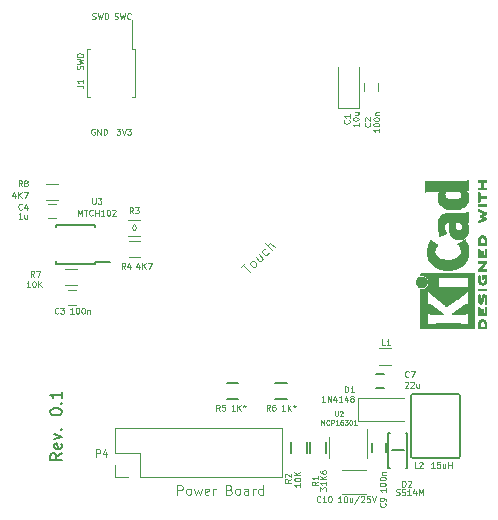
<source format=gto>
G04 #@! TF.GenerationSoftware,KiCad,Pcbnew,(2017-11-08 revision cd21218)-HEAD*
G04 #@! TF.CreationDate,2018-05-28T17:08:36+03:00*
G04 #@! TF.ProjectId,livolo_1_channel_1way_eu_switch,6C69766F6C6F5F315F6368616E6E656C,rev?*
G04 #@! TF.SameCoordinates,Original*
G04 #@! TF.FileFunction,Legend,Top*
G04 #@! TF.FilePolarity,Positive*
%FSLAX46Y46*%
G04 Gerber Fmt 4.6, Leading zero omitted, Abs format (unit mm)*
G04 Created by KiCad (PCBNEW (2017-11-08 revision cd21218)-HEAD) date Mon May 28 17:08:36 2018*
%MOMM*%
%LPD*%
G01*
G04 APERTURE LIST*
%ADD10C,0.200000*%
%ADD11C,0.100000*%
%ADD12C,0.120000*%
%ADD13C,0.010000*%
%ADD14C,0.150000*%
%ADD15O,1.200000X1.600000*%
%ADD16R,1.000000X2.000000*%
%ADD17R,4.000000X2.000000*%
%ADD18R,1.200000X2.000000*%
%ADD19R,1.200000X1.400000*%
%ADD20R,0.900000X1.200000*%
%ADD21R,0.650000X1.060000*%
%ADD22C,1.500000*%
%ADD23R,1.200000X0.750000*%
%ADD24R,0.750000X1.200000*%
%ADD25R,1.200000X0.900000*%
%ADD26R,0.500000X0.900000*%
%ADD27R,1.260000X1.750000*%
%ADD28R,1.000000X1.600000*%
%ADD29R,1.450000X0.450000*%
%ADD30C,0.600000*%
%ADD31R,1.500000X1.000000*%
%ADD32R,1.000000X1.500000*%
G04 APERTURE END LIST*
D10*
X126052380Y-108609523D02*
X125576190Y-108942857D01*
X126052380Y-109180952D02*
X125052380Y-109180952D01*
X125052380Y-108800000D01*
X125100000Y-108704761D01*
X125147619Y-108657142D01*
X125242857Y-108609523D01*
X125385714Y-108609523D01*
X125480952Y-108657142D01*
X125528571Y-108704761D01*
X125576190Y-108800000D01*
X125576190Y-109180952D01*
X126004761Y-107800000D02*
X126052380Y-107895238D01*
X126052380Y-108085714D01*
X126004761Y-108180952D01*
X125909523Y-108228571D01*
X125528571Y-108228571D01*
X125433333Y-108180952D01*
X125385714Y-108085714D01*
X125385714Y-107895238D01*
X125433333Y-107800000D01*
X125528571Y-107752380D01*
X125623809Y-107752380D01*
X125719047Y-108228571D01*
X125385714Y-107419047D02*
X126052380Y-107180952D01*
X125385714Y-106942857D01*
X125957142Y-106561904D02*
X126004761Y-106514285D01*
X126052380Y-106561904D01*
X126004761Y-106609523D01*
X125957142Y-106561904D01*
X126052380Y-106561904D01*
X125052380Y-105133333D02*
X125052380Y-105038095D01*
X125100000Y-104942857D01*
X125147619Y-104895238D01*
X125242857Y-104847619D01*
X125433333Y-104800000D01*
X125671428Y-104800000D01*
X125861904Y-104847619D01*
X125957142Y-104895238D01*
X126004761Y-104942857D01*
X126052380Y-105038095D01*
X126052380Y-105133333D01*
X126004761Y-105228571D01*
X125957142Y-105276190D01*
X125861904Y-105323809D01*
X125671428Y-105371428D01*
X125433333Y-105371428D01*
X125242857Y-105323809D01*
X125147619Y-105276190D01*
X125100000Y-105228571D01*
X125052380Y-105133333D01*
X125957142Y-104371428D02*
X126004761Y-104323809D01*
X126052380Y-104371428D01*
X126004761Y-104419047D01*
X125957142Y-104371428D01*
X126052380Y-104371428D01*
X126052380Y-103371428D02*
X126052380Y-103942857D01*
X126052380Y-103657142D02*
X125052380Y-103657142D01*
X125195238Y-103752380D01*
X125290476Y-103847619D01*
X125338095Y-103942857D01*
D11*
X128621428Y-71802380D02*
X128692857Y-71826190D01*
X128811904Y-71826190D01*
X128859523Y-71802380D01*
X128883333Y-71778571D01*
X128907142Y-71730952D01*
X128907142Y-71683333D01*
X128883333Y-71635714D01*
X128859523Y-71611904D01*
X128811904Y-71588095D01*
X128716666Y-71564285D01*
X128669047Y-71540476D01*
X128645238Y-71516666D01*
X128621428Y-71469047D01*
X128621428Y-71421428D01*
X128645238Y-71373809D01*
X128669047Y-71350000D01*
X128716666Y-71326190D01*
X128835714Y-71326190D01*
X128907142Y-71350000D01*
X129073809Y-71326190D02*
X129192857Y-71826190D01*
X129288095Y-71469047D01*
X129383333Y-71826190D01*
X129502380Y-71326190D01*
X129692857Y-71826190D02*
X129692857Y-71326190D01*
X129811904Y-71326190D01*
X129883333Y-71350000D01*
X129930952Y-71397619D01*
X129954761Y-71445238D01*
X129978571Y-71540476D01*
X129978571Y-71611904D01*
X129954761Y-71707142D01*
X129930952Y-71754761D01*
X129883333Y-71802380D01*
X129811904Y-71826190D01*
X129692857Y-71826190D01*
X128819047Y-81150000D02*
X128771428Y-81126190D01*
X128700000Y-81126190D01*
X128628571Y-81150000D01*
X128580952Y-81197619D01*
X128557142Y-81245238D01*
X128533333Y-81340476D01*
X128533333Y-81411904D01*
X128557142Y-81507142D01*
X128580952Y-81554761D01*
X128628571Y-81602380D01*
X128700000Y-81626190D01*
X128747619Y-81626190D01*
X128819047Y-81602380D01*
X128842857Y-81578571D01*
X128842857Y-81411904D01*
X128747619Y-81411904D01*
X129057142Y-81626190D02*
X129057142Y-81126190D01*
X129342857Y-81626190D01*
X129342857Y-81126190D01*
X129580952Y-81626190D02*
X129580952Y-81126190D01*
X129700000Y-81126190D01*
X129771428Y-81150000D01*
X129819047Y-81197619D01*
X129842857Y-81245238D01*
X129866666Y-81340476D01*
X129866666Y-81411904D01*
X129842857Y-81507142D01*
X129819047Y-81554761D01*
X129771428Y-81602380D01*
X129700000Y-81626190D01*
X129580952Y-81626190D01*
X130521428Y-71802380D02*
X130592857Y-71826190D01*
X130711904Y-71826190D01*
X130759523Y-71802380D01*
X130783333Y-71778571D01*
X130807142Y-71730952D01*
X130807142Y-71683333D01*
X130783333Y-71635714D01*
X130759523Y-71611904D01*
X130711904Y-71588095D01*
X130616666Y-71564285D01*
X130569047Y-71540476D01*
X130545238Y-71516666D01*
X130521428Y-71469047D01*
X130521428Y-71421428D01*
X130545238Y-71373809D01*
X130569047Y-71350000D01*
X130616666Y-71326190D01*
X130735714Y-71326190D01*
X130807142Y-71350000D01*
X130973809Y-71326190D02*
X131092857Y-71826190D01*
X131188095Y-71469047D01*
X131283333Y-71826190D01*
X131402380Y-71326190D01*
X131878571Y-71778571D02*
X131854761Y-71802380D01*
X131783333Y-71826190D01*
X131735714Y-71826190D01*
X131664285Y-71802380D01*
X131616666Y-71754761D01*
X131592857Y-71707142D01*
X131569047Y-71611904D01*
X131569047Y-71540476D01*
X131592857Y-71445238D01*
X131616666Y-71397619D01*
X131664285Y-71350000D01*
X131735714Y-71326190D01*
X131783333Y-71326190D01*
X131854761Y-71350000D01*
X131878571Y-71373809D01*
X130680952Y-81126190D02*
X130990476Y-81126190D01*
X130823809Y-81316666D01*
X130895238Y-81316666D01*
X130942857Y-81340476D01*
X130966666Y-81364285D01*
X130990476Y-81411904D01*
X130990476Y-81530952D01*
X130966666Y-81578571D01*
X130942857Y-81602380D01*
X130895238Y-81626190D01*
X130752380Y-81626190D01*
X130704761Y-81602380D01*
X130680952Y-81578571D01*
X131133333Y-81126190D02*
X131300000Y-81626190D01*
X131466666Y-81126190D01*
X131585714Y-81126190D02*
X131895238Y-81126190D01*
X131728571Y-81316666D01*
X131800000Y-81316666D01*
X131847619Y-81340476D01*
X131871428Y-81364285D01*
X131895238Y-81411904D01*
X131895238Y-81530952D01*
X131871428Y-81578571D01*
X131847619Y-81602380D01*
X131800000Y-81626190D01*
X131657142Y-81626190D01*
X131609523Y-81602380D01*
X131585714Y-81578571D01*
D12*
X130590000Y-110610000D02*
X130590000Y-109550000D01*
X131650000Y-110610000D02*
X130590000Y-110610000D01*
X132650000Y-108550000D02*
X132650000Y-110610000D01*
X130590000Y-108550000D02*
X132650000Y-108550000D01*
X130590000Y-106490000D02*
X130590000Y-108550000D01*
X144710000Y-106490000D02*
X130590000Y-106490000D01*
X144710000Y-110610000D02*
X144710000Y-106490000D01*
X132650000Y-110610000D02*
X144710000Y-110610000D01*
D13*
G36*
X161269066Y-97871371D02*
X161269467Y-97831889D01*
X161272259Y-97716200D01*
X161280550Y-97619311D01*
X161295232Y-97537919D01*
X161317193Y-97468723D01*
X161347322Y-97408420D01*
X161386510Y-97353708D01*
X161403532Y-97334167D01*
X161443363Y-97301750D01*
X161497413Y-97272520D01*
X161557323Y-97249991D01*
X161614739Y-97237679D01*
X161635956Y-97236400D01*
X161694769Y-97244417D01*
X161759013Y-97265899D01*
X161819821Y-97296999D01*
X161868330Y-97333866D01*
X161874182Y-97339854D01*
X161915321Y-97390579D01*
X161947435Y-97446125D01*
X161971365Y-97509696D01*
X161987953Y-97584494D01*
X161998041Y-97673722D01*
X162002469Y-97780582D01*
X162002845Y-97829528D01*
X162002545Y-97891762D01*
X162001292Y-97935528D01*
X161998554Y-97964931D01*
X161993801Y-97984079D01*
X161986501Y-97997077D01*
X161980267Y-98004045D01*
X161972694Y-98010626D01*
X161962924Y-98015788D01*
X161948340Y-98019703D01*
X161926326Y-98022543D01*
X161894264Y-98024480D01*
X161849536Y-98025684D01*
X161789526Y-98026328D01*
X161711617Y-98026583D01*
X161635956Y-98026622D01*
X161535041Y-98026870D01*
X161454427Y-98026817D01*
X161415822Y-98025857D01*
X161415822Y-97879867D01*
X161856089Y-97879867D01*
X161856004Y-97786734D01*
X161854396Y-97730693D01*
X161850256Y-97671999D01*
X161844464Y-97623028D01*
X161844226Y-97621538D01*
X161825090Y-97542392D01*
X161795287Y-97481002D01*
X161752878Y-97434305D01*
X161706961Y-97404635D01*
X161656026Y-97386353D01*
X161608200Y-97387771D01*
X161556933Y-97408988D01*
X161503899Y-97450489D01*
X161464600Y-97507998D01*
X161438331Y-97582750D01*
X161429035Y-97632708D01*
X161422507Y-97689416D01*
X161417782Y-97749519D01*
X161415817Y-97800639D01*
X161415808Y-97803667D01*
X161415822Y-97879867D01*
X161415822Y-98025857D01*
X161391851Y-98025260D01*
X161345055Y-98020998D01*
X161311778Y-98012830D01*
X161289759Y-97999556D01*
X161276739Y-97979974D01*
X161270457Y-97952883D01*
X161268653Y-97917082D01*
X161269066Y-97871371D01*
X161269066Y-97871371D01*
G37*
X161269066Y-97871371D02*
X161269467Y-97831889D01*
X161272259Y-97716200D01*
X161280550Y-97619311D01*
X161295232Y-97537919D01*
X161317193Y-97468723D01*
X161347322Y-97408420D01*
X161386510Y-97353708D01*
X161403532Y-97334167D01*
X161443363Y-97301750D01*
X161497413Y-97272520D01*
X161557323Y-97249991D01*
X161614739Y-97237679D01*
X161635956Y-97236400D01*
X161694769Y-97244417D01*
X161759013Y-97265899D01*
X161819821Y-97296999D01*
X161868330Y-97333866D01*
X161874182Y-97339854D01*
X161915321Y-97390579D01*
X161947435Y-97446125D01*
X161971365Y-97509696D01*
X161987953Y-97584494D01*
X161998041Y-97673722D01*
X162002469Y-97780582D01*
X162002845Y-97829528D01*
X162002545Y-97891762D01*
X162001292Y-97935528D01*
X161998554Y-97964931D01*
X161993801Y-97984079D01*
X161986501Y-97997077D01*
X161980267Y-98004045D01*
X161972694Y-98010626D01*
X161962924Y-98015788D01*
X161948340Y-98019703D01*
X161926326Y-98022543D01*
X161894264Y-98024480D01*
X161849536Y-98025684D01*
X161789526Y-98026328D01*
X161711617Y-98026583D01*
X161635956Y-98026622D01*
X161535041Y-98026870D01*
X161454427Y-98026817D01*
X161415822Y-98025857D01*
X161415822Y-97879867D01*
X161856089Y-97879867D01*
X161856004Y-97786734D01*
X161854396Y-97730693D01*
X161850256Y-97671999D01*
X161844464Y-97623028D01*
X161844226Y-97621538D01*
X161825090Y-97542392D01*
X161795287Y-97481002D01*
X161752878Y-97434305D01*
X161706961Y-97404635D01*
X161656026Y-97386353D01*
X161608200Y-97387771D01*
X161556933Y-97408988D01*
X161503899Y-97450489D01*
X161464600Y-97507998D01*
X161438331Y-97582750D01*
X161429035Y-97632708D01*
X161422507Y-97689416D01*
X161417782Y-97749519D01*
X161415817Y-97800639D01*
X161415808Y-97803667D01*
X161415822Y-97879867D01*
X161415822Y-98025857D01*
X161391851Y-98025260D01*
X161345055Y-98020998D01*
X161311778Y-98012830D01*
X161289759Y-97999556D01*
X161276739Y-97979974D01*
X161270457Y-97952883D01*
X161268653Y-97917082D01*
X161269066Y-97871371D01*
G36*
X161269146Y-96462794D02*
X161269518Y-96393386D01*
X161270385Y-96340997D01*
X161271946Y-96302847D01*
X161274403Y-96276159D01*
X161277957Y-96258153D01*
X161282810Y-96246049D01*
X161289161Y-96237069D01*
X161292084Y-96233818D01*
X161323142Y-96214043D01*
X161358828Y-96210482D01*
X161390510Y-96223491D01*
X161396913Y-96229506D01*
X161403121Y-96239235D01*
X161407910Y-96254901D01*
X161411514Y-96279408D01*
X161414164Y-96315661D01*
X161416095Y-96366565D01*
X161417539Y-96435026D01*
X161418418Y-96497617D01*
X161421467Y-96745334D01*
X161486378Y-96748719D01*
X161551289Y-96752105D01*
X161551289Y-96583958D01*
X161551919Y-96510959D01*
X161554553Y-96457517D01*
X161560309Y-96420628D01*
X161570304Y-96397288D01*
X161585656Y-96384494D01*
X161607482Y-96379242D01*
X161627738Y-96378445D01*
X161652592Y-96380923D01*
X161670906Y-96390277D01*
X161683637Y-96409383D01*
X161691741Y-96441118D01*
X161696176Y-96488359D01*
X161697899Y-96553983D01*
X161698045Y-96589801D01*
X161698045Y-96750978D01*
X161856089Y-96750978D01*
X161856089Y-96502622D01*
X161856202Y-96421213D01*
X161856712Y-96359342D01*
X161857870Y-96313968D01*
X161859930Y-96282054D01*
X161863146Y-96260559D01*
X161867772Y-96246443D01*
X161874059Y-96236668D01*
X161878667Y-96231689D01*
X161905560Y-96214610D01*
X161929467Y-96209111D01*
X161958667Y-96216963D01*
X161980267Y-96231689D01*
X161987066Y-96239546D01*
X161992346Y-96249688D01*
X161996298Y-96264844D01*
X161999113Y-96287741D01*
X162000982Y-96321109D01*
X162002098Y-96367675D01*
X162002651Y-96430167D01*
X162002833Y-96511314D01*
X162002845Y-96553422D01*
X162002765Y-96643598D01*
X162002398Y-96713924D01*
X162001552Y-96767129D01*
X162000036Y-96805940D01*
X161997659Y-96833087D01*
X161994229Y-96851298D01*
X161989554Y-96863300D01*
X161983444Y-96871822D01*
X161980267Y-96875156D01*
X161972670Y-96881755D01*
X161962870Y-96886927D01*
X161948239Y-96890846D01*
X161926152Y-96893684D01*
X161893982Y-96895615D01*
X161849103Y-96896812D01*
X161788889Y-96897448D01*
X161710713Y-96897697D01*
X161637923Y-96897734D01*
X161544707Y-96897700D01*
X161471431Y-96897465D01*
X161415458Y-96896830D01*
X161374151Y-96895594D01*
X161344872Y-96893556D01*
X161324984Y-96890517D01*
X161311850Y-96886277D01*
X161302832Y-96880635D01*
X161295293Y-96873391D01*
X161293612Y-96871606D01*
X161286172Y-96862945D01*
X161280409Y-96852882D01*
X161276112Y-96838625D01*
X161273064Y-96817383D01*
X161271051Y-96786364D01*
X161269860Y-96742777D01*
X161269275Y-96683831D01*
X161269083Y-96606734D01*
X161269067Y-96552001D01*
X161269146Y-96462794D01*
X161269146Y-96462794D01*
G37*
X161269146Y-96462794D02*
X161269518Y-96393386D01*
X161270385Y-96340997D01*
X161271946Y-96302847D01*
X161274403Y-96276159D01*
X161277957Y-96258153D01*
X161282810Y-96246049D01*
X161289161Y-96237069D01*
X161292084Y-96233818D01*
X161323142Y-96214043D01*
X161358828Y-96210482D01*
X161390510Y-96223491D01*
X161396913Y-96229506D01*
X161403121Y-96239235D01*
X161407910Y-96254901D01*
X161411514Y-96279408D01*
X161414164Y-96315661D01*
X161416095Y-96366565D01*
X161417539Y-96435026D01*
X161418418Y-96497617D01*
X161421467Y-96745334D01*
X161486378Y-96748719D01*
X161551289Y-96752105D01*
X161551289Y-96583958D01*
X161551919Y-96510959D01*
X161554553Y-96457517D01*
X161560309Y-96420628D01*
X161570304Y-96397288D01*
X161585656Y-96384494D01*
X161607482Y-96379242D01*
X161627738Y-96378445D01*
X161652592Y-96380923D01*
X161670906Y-96390277D01*
X161683637Y-96409383D01*
X161691741Y-96441118D01*
X161696176Y-96488359D01*
X161697899Y-96553983D01*
X161698045Y-96589801D01*
X161698045Y-96750978D01*
X161856089Y-96750978D01*
X161856089Y-96502622D01*
X161856202Y-96421213D01*
X161856712Y-96359342D01*
X161857870Y-96313968D01*
X161859930Y-96282054D01*
X161863146Y-96260559D01*
X161867772Y-96246443D01*
X161874059Y-96236668D01*
X161878667Y-96231689D01*
X161905560Y-96214610D01*
X161929467Y-96209111D01*
X161958667Y-96216963D01*
X161980267Y-96231689D01*
X161987066Y-96239546D01*
X161992346Y-96249688D01*
X161996298Y-96264844D01*
X161999113Y-96287741D01*
X162000982Y-96321109D01*
X162002098Y-96367675D01*
X162002651Y-96430167D01*
X162002833Y-96511314D01*
X162002845Y-96553422D01*
X162002765Y-96643598D01*
X162002398Y-96713924D01*
X162001552Y-96767129D01*
X162000036Y-96805940D01*
X161997659Y-96833087D01*
X161994229Y-96851298D01*
X161989554Y-96863300D01*
X161983444Y-96871822D01*
X161980267Y-96875156D01*
X161972670Y-96881755D01*
X161962870Y-96886927D01*
X161948239Y-96890846D01*
X161926152Y-96893684D01*
X161893982Y-96895615D01*
X161849103Y-96896812D01*
X161788889Y-96897448D01*
X161710713Y-96897697D01*
X161637923Y-96897734D01*
X161544707Y-96897700D01*
X161471431Y-96897465D01*
X161415458Y-96896830D01*
X161374151Y-96895594D01*
X161344872Y-96893556D01*
X161324984Y-96890517D01*
X161311850Y-96886277D01*
X161302832Y-96880635D01*
X161295293Y-96873391D01*
X161293612Y-96871606D01*
X161286172Y-96862945D01*
X161280409Y-96852882D01*
X161276112Y-96838625D01*
X161273064Y-96817383D01*
X161271051Y-96786364D01*
X161269860Y-96742777D01*
X161269275Y-96683831D01*
X161269083Y-96606734D01*
X161269067Y-96552001D01*
X161269146Y-96462794D01*
G36*
X161270351Y-95441703D02*
X161275581Y-95366888D01*
X161283750Y-95297306D01*
X161294550Y-95237002D01*
X161307673Y-95190020D01*
X161322813Y-95160406D01*
X161327269Y-95155860D01*
X161361850Y-95140054D01*
X161397351Y-95144847D01*
X161427725Y-95169364D01*
X161428596Y-95170534D01*
X161437954Y-95184954D01*
X161442876Y-95200008D01*
X161443473Y-95221005D01*
X161439861Y-95253257D01*
X161432154Y-95302073D01*
X161431505Y-95306000D01*
X161422569Y-95378739D01*
X161418161Y-95457217D01*
X161418119Y-95535927D01*
X161422279Y-95609361D01*
X161430479Y-95672011D01*
X161442557Y-95718370D01*
X161443771Y-95721416D01*
X161462615Y-95755048D01*
X161481685Y-95766864D01*
X161500439Y-95757614D01*
X161518337Y-95728047D01*
X161534837Y-95678911D01*
X161549396Y-95610957D01*
X161556406Y-95565645D01*
X161569889Y-95471456D01*
X161582214Y-95396544D01*
X161594449Y-95337717D01*
X161607661Y-95291785D01*
X161622917Y-95255555D01*
X161641285Y-95225838D01*
X161663831Y-95199442D01*
X161685971Y-95178230D01*
X161716819Y-95153065D01*
X161743345Y-95140681D01*
X161776026Y-95136808D01*
X161787995Y-95136667D01*
X161827712Y-95139576D01*
X161857259Y-95151202D01*
X161883486Y-95171323D01*
X161923576Y-95212216D01*
X161954149Y-95257817D01*
X161976203Y-95311513D01*
X161990735Y-95376692D01*
X161998741Y-95456744D01*
X162001218Y-95555057D01*
X162001177Y-95571289D01*
X161999818Y-95636849D01*
X161996730Y-95701866D01*
X161992356Y-95759252D01*
X161987140Y-95801922D01*
X161986541Y-95805372D01*
X161976491Y-95847796D01*
X161963796Y-95883780D01*
X161952190Y-95904150D01*
X161921572Y-95923107D01*
X161885918Y-95924427D01*
X161854144Y-95908085D01*
X161850551Y-95904429D01*
X161839876Y-95889315D01*
X161835276Y-95870415D01*
X161836059Y-95841162D01*
X161840127Y-95805651D01*
X161843762Y-95765970D01*
X161846828Y-95710345D01*
X161849053Y-95645406D01*
X161850164Y-95577785D01*
X161850237Y-95560000D01*
X161849964Y-95492128D01*
X161848646Y-95442454D01*
X161845827Y-95406610D01*
X161841050Y-95380224D01*
X161833857Y-95358926D01*
X161827867Y-95346126D01*
X161811233Y-95318000D01*
X161796168Y-95300068D01*
X161791897Y-95297447D01*
X161774263Y-95302976D01*
X161757192Y-95329260D01*
X161741458Y-95374478D01*
X161727838Y-95436808D01*
X161724804Y-95455171D01*
X161709738Y-95551090D01*
X161697146Y-95627641D01*
X161686111Y-95687780D01*
X161675720Y-95734460D01*
X161665056Y-95770637D01*
X161653205Y-95799265D01*
X161639251Y-95823298D01*
X161622281Y-95845692D01*
X161601378Y-95869402D01*
X161594049Y-95877380D01*
X161566699Y-95905353D01*
X161545029Y-95920160D01*
X161520232Y-95925952D01*
X161488983Y-95926889D01*
X161427705Y-95916575D01*
X161375640Y-95885752D01*
X161332958Y-95834595D01*
X161299825Y-95763283D01*
X161284964Y-95712400D01*
X161275366Y-95657100D01*
X161269936Y-95590853D01*
X161268367Y-95517706D01*
X161270351Y-95441703D01*
X161270351Y-95441703D01*
G37*
X161270351Y-95441703D02*
X161275581Y-95366888D01*
X161283750Y-95297306D01*
X161294550Y-95237002D01*
X161307673Y-95190020D01*
X161322813Y-95160406D01*
X161327269Y-95155860D01*
X161361850Y-95140054D01*
X161397351Y-95144847D01*
X161427725Y-95169364D01*
X161428596Y-95170534D01*
X161437954Y-95184954D01*
X161442876Y-95200008D01*
X161443473Y-95221005D01*
X161439861Y-95253257D01*
X161432154Y-95302073D01*
X161431505Y-95306000D01*
X161422569Y-95378739D01*
X161418161Y-95457217D01*
X161418119Y-95535927D01*
X161422279Y-95609361D01*
X161430479Y-95672011D01*
X161442557Y-95718370D01*
X161443771Y-95721416D01*
X161462615Y-95755048D01*
X161481685Y-95766864D01*
X161500439Y-95757614D01*
X161518337Y-95728047D01*
X161534837Y-95678911D01*
X161549396Y-95610957D01*
X161556406Y-95565645D01*
X161569889Y-95471456D01*
X161582214Y-95396544D01*
X161594449Y-95337717D01*
X161607661Y-95291785D01*
X161622917Y-95255555D01*
X161641285Y-95225838D01*
X161663831Y-95199442D01*
X161685971Y-95178230D01*
X161716819Y-95153065D01*
X161743345Y-95140681D01*
X161776026Y-95136808D01*
X161787995Y-95136667D01*
X161827712Y-95139576D01*
X161857259Y-95151202D01*
X161883486Y-95171323D01*
X161923576Y-95212216D01*
X161954149Y-95257817D01*
X161976203Y-95311513D01*
X161990735Y-95376692D01*
X161998741Y-95456744D01*
X162001218Y-95555057D01*
X162001177Y-95571289D01*
X161999818Y-95636849D01*
X161996730Y-95701866D01*
X161992356Y-95759252D01*
X161987140Y-95801922D01*
X161986541Y-95805372D01*
X161976491Y-95847796D01*
X161963796Y-95883780D01*
X161952190Y-95904150D01*
X161921572Y-95923107D01*
X161885918Y-95924427D01*
X161854144Y-95908085D01*
X161850551Y-95904429D01*
X161839876Y-95889315D01*
X161835276Y-95870415D01*
X161836059Y-95841162D01*
X161840127Y-95805651D01*
X161843762Y-95765970D01*
X161846828Y-95710345D01*
X161849053Y-95645406D01*
X161850164Y-95577785D01*
X161850237Y-95560000D01*
X161849964Y-95492128D01*
X161848646Y-95442454D01*
X161845827Y-95406610D01*
X161841050Y-95380224D01*
X161833857Y-95358926D01*
X161827867Y-95346126D01*
X161811233Y-95318000D01*
X161796168Y-95300068D01*
X161791897Y-95297447D01*
X161774263Y-95302976D01*
X161757192Y-95329260D01*
X161741458Y-95374478D01*
X161727838Y-95436808D01*
X161724804Y-95455171D01*
X161709738Y-95551090D01*
X161697146Y-95627641D01*
X161686111Y-95687780D01*
X161675720Y-95734460D01*
X161665056Y-95770637D01*
X161653205Y-95799265D01*
X161639251Y-95823298D01*
X161622281Y-95845692D01*
X161601378Y-95869402D01*
X161594049Y-95877380D01*
X161566699Y-95905353D01*
X161545029Y-95920160D01*
X161520232Y-95925952D01*
X161488983Y-95926889D01*
X161427705Y-95916575D01*
X161375640Y-95885752D01*
X161332958Y-95834595D01*
X161299825Y-95763283D01*
X161284964Y-95712400D01*
X161275366Y-95657100D01*
X161269936Y-95590853D01*
X161268367Y-95517706D01*
X161270351Y-95441703D01*
G36*
X161291645Y-94673822D02*
X161299218Y-94667242D01*
X161308987Y-94662079D01*
X161323571Y-94658164D01*
X161345585Y-94655324D01*
X161377648Y-94653387D01*
X161422375Y-94652183D01*
X161482385Y-94651539D01*
X161560294Y-94651284D01*
X161635956Y-94651245D01*
X161729802Y-94651314D01*
X161803689Y-94651638D01*
X161860232Y-94652386D01*
X161902049Y-94653732D01*
X161931757Y-94655846D01*
X161951973Y-94658900D01*
X161965314Y-94663066D01*
X161974398Y-94668516D01*
X161980267Y-94673822D01*
X161999947Y-94706826D01*
X161998181Y-94741991D01*
X161976717Y-94773455D01*
X161968337Y-94780684D01*
X161958614Y-94786334D01*
X161944861Y-94790599D01*
X161924389Y-94793673D01*
X161894512Y-94795752D01*
X161852541Y-94797030D01*
X161795789Y-94797701D01*
X161721567Y-94797959D01*
X161637537Y-94798000D01*
X161324485Y-94798000D01*
X161296776Y-94770291D01*
X161273463Y-94736137D01*
X161272623Y-94703006D01*
X161291645Y-94673822D01*
X161291645Y-94673822D01*
G37*
X161291645Y-94673822D02*
X161299218Y-94667242D01*
X161308987Y-94662079D01*
X161323571Y-94658164D01*
X161345585Y-94655324D01*
X161377648Y-94653387D01*
X161422375Y-94652183D01*
X161482385Y-94651539D01*
X161560294Y-94651284D01*
X161635956Y-94651245D01*
X161729802Y-94651314D01*
X161803689Y-94651638D01*
X161860232Y-94652386D01*
X161902049Y-94653732D01*
X161931757Y-94655846D01*
X161951973Y-94658900D01*
X161965314Y-94663066D01*
X161974398Y-94668516D01*
X161980267Y-94673822D01*
X161999947Y-94706826D01*
X161998181Y-94741991D01*
X161976717Y-94773455D01*
X161968337Y-94780684D01*
X161958614Y-94786334D01*
X161944861Y-94790599D01*
X161924389Y-94793673D01*
X161894512Y-94795752D01*
X161852541Y-94797030D01*
X161795789Y-94797701D01*
X161721567Y-94797959D01*
X161637537Y-94798000D01*
X161324485Y-94798000D01*
X161296776Y-94770291D01*
X161273463Y-94736137D01*
X161272623Y-94703006D01*
X161291645Y-94673822D01*
G36*
X161274599Y-93700081D02*
X161286095Y-93631565D01*
X161303967Y-93578943D01*
X161327499Y-93544708D01*
X161340924Y-93535379D01*
X161372148Y-93525893D01*
X161400395Y-93532277D01*
X161427182Y-93552430D01*
X161439713Y-93583745D01*
X161438696Y-93629183D01*
X161431906Y-93664326D01*
X161418971Y-93742419D01*
X161417742Y-93822226D01*
X161428241Y-93911555D01*
X161432690Y-93936229D01*
X161456108Y-94019291D01*
X161490945Y-94084273D01*
X161536604Y-94130461D01*
X161592494Y-94157145D01*
X161621388Y-94162663D01*
X161680012Y-94159051D01*
X161731879Y-94135729D01*
X161775978Y-94094824D01*
X161811299Y-94038459D01*
X161836829Y-93968760D01*
X161851559Y-93887852D01*
X161854478Y-93797860D01*
X161844575Y-93700910D01*
X161843641Y-93695436D01*
X161836459Y-93656875D01*
X161829521Y-93635494D01*
X161819227Y-93626227D01*
X161801976Y-93624006D01*
X161792841Y-93623956D01*
X161754489Y-93623956D01*
X161754489Y-93692431D01*
X161750347Y-93752900D01*
X161737147Y-93794165D01*
X161713730Y-93818175D01*
X161678936Y-93826877D01*
X161674394Y-93826983D01*
X161644654Y-93821892D01*
X161623419Y-93804433D01*
X161609366Y-93771939D01*
X161601173Y-93721743D01*
X161598161Y-93673123D01*
X161596433Y-93602456D01*
X161599070Y-93551198D01*
X161608800Y-93516239D01*
X161628353Y-93494470D01*
X161660456Y-93482780D01*
X161707838Y-93478060D01*
X161770071Y-93477200D01*
X161839535Y-93478609D01*
X161886786Y-93482848D01*
X161912012Y-93489936D01*
X161913988Y-93491311D01*
X161945508Y-93530228D01*
X161970470Y-93587286D01*
X161988340Y-93658869D01*
X161998586Y-93741358D01*
X162000673Y-93831139D01*
X161994068Y-93924592D01*
X161985956Y-93979556D01*
X161961554Y-94065766D01*
X161921662Y-94145892D01*
X161869887Y-94212977D01*
X161859539Y-94223173D01*
X161816035Y-94256302D01*
X161762118Y-94286194D01*
X161705592Y-94309357D01*
X161654259Y-94322298D01*
X161634544Y-94323858D01*
X161593419Y-94317218D01*
X161542252Y-94299568D01*
X161488394Y-94274297D01*
X161439195Y-94244789D01*
X161406334Y-94218719D01*
X161357452Y-94157765D01*
X161318545Y-94078969D01*
X161290494Y-93985157D01*
X161274179Y-93879150D01*
X161270192Y-93782000D01*
X161274599Y-93700081D01*
X161274599Y-93700081D01*
G37*
X161274599Y-93700081D02*
X161286095Y-93631565D01*
X161303967Y-93578943D01*
X161327499Y-93544708D01*
X161340924Y-93535379D01*
X161372148Y-93525893D01*
X161400395Y-93532277D01*
X161427182Y-93552430D01*
X161439713Y-93583745D01*
X161438696Y-93629183D01*
X161431906Y-93664326D01*
X161418971Y-93742419D01*
X161417742Y-93822226D01*
X161428241Y-93911555D01*
X161432690Y-93936229D01*
X161456108Y-94019291D01*
X161490945Y-94084273D01*
X161536604Y-94130461D01*
X161592494Y-94157145D01*
X161621388Y-94162663D01*
X161680012Y-94159051D01*
X161731879Y-94135729D01*
X161775978Y-94094824D01*
X161811299Y-94038459D01*
X161836829Y-93968760D01*
X161851559Y-93887852D01*
X161854478Y-93797860D01*
X161844575Y-93700910D01*
X161843641Y-93695436D01*
X161836459Y-93656875D01*
X161829521Y-93635494D01*
X161819227Y-93626227D01*
X161801976Y-93624006D01*
X161792841Y-93623956D01*
X161754489Y-93623956D01*
X161754489Y-93692431D01*
X161750347Y-93752900D01*
X161737147Y-93794165D01*
X161713730Y-93818175D01*
X161678936Y-93826877D01*
X161674394Y-93826983D01*
X161644654Y-93821892D01*
X161623419Y-93804433D01*
X161609366Y-93771939D01*
X161601173Y-93721743D01*
X161598161Y-93673123D01*
X161596433Y-93602456D01*
X161599070Y-93551198D01*
X161608800Y-93516239D01*
X161628353Y-93494470D01*
X161660456Y-93482780D01*
X161707838Y-93478060D01*
X161770071Y-93477200D01*
X161839535Y-93478609D01*
X161886786Y-93482848D01*
X161912012Y-93489936D01*
X161913988Y-93491311D01*
X161945508Y-93530228D01*
X161970470Y-93587286D01*
X161988340Y-93658869D01*
X161998586Y-93741358D01*
X162000673Y-93831139D01*
X161994068Y-93924592D01*
X161985956Y-93979556D01*
X161961554Y-94065766D01*
X161921662Y-94145892D01*
X161869887Y-94212977D01*
X161859539Y-94223173D01*
X161816035Y-94256302D01*
X161762118Y-94286194D01*
X161705592Y-94309357D01*
X161654259Y-94322298D01*
X161634544Y-94323858D01*
X161593419Y-94317218D01*
X161542252Y-94299568D01*
X161488394Y-94274297D01*
X161439195Y-94244789D01*
X161406334Y-94218719D01*
X161357452Y-94157765D01*
X161318545Y-94078969D01*
X161290494Y-93985157D01*
X161274179Y-93879150D01*
X161270192Y-93782000D01*
X161274599Y-93700081D01*
G36*
X161273448Y-93050114D02*
X161287273Y-93026548D01*
X161309881Y-92995735D01*
X161342338Y-92956078D01*
X161385708Y-92905980D01*
X161441058Y-92843843D01*
X161509451Y-92768072D01*
X161588084Y-92681334D01*
X161751878Y-92500711D01*
X161532029Y-92495067D01*
X161456351Y-92493029D01*
X161399994Y-92491063D01*
X161359706Y-92488734D01*
X161332235Y-92485606D01*
X161314329Y-92481245D01*
X161302737Y-92475216D01*
X161294208Y-92467084D01*
X161290623Y-92462772D01*
X161271670Y-92428241D01*
X161274441Y-92395383D01*
X161290633Y-92369318D01*
X161312199Y-92342667D01*
X161627151Y-92339352D01*
X161719779Y-92338435D01*
X161792544Y-92337968D01*
X161848161Y-92338113D01*
X161889342Y-92339032D01*
X161918803Y-92340887D01*
X161939255Y-92343839D01*
X161953413Y-92348050D01*
X161963991Y-92353682D01*
X161972474Y-92359927D01*
X161988207Y-92373439D01*
X161998636Y-92386883D01*
X162002639Y-92402124D01*
X161999094Y-92421026D01*
X161986879Y-92445455D01*
X161964871Y-92477273D01*
X161931949Y-92518348D01*
X161886991Y-92570542D01*
X161828875Y-92635722D01*
X161762099Y-92709556D01*
X161521458Y-92974845D01*
X161740589Y-92980489D01*
X161816128Y-92982531D01*
X161872354Y-92984502D01*
X161912524Y-92986839D01*
X161939896Y-92989981D01*
X161957728Y-92994364D01*
X161969279Y-93000424D01*
X161977807Y-93008600D01*
X161981282Y-93012784D01*
X162000372Y-93049765D01*
X161997493Y-93084708D01*
X161973100Y-93115136D01*
X161963286Y-93122097D01*
X161951826Y-93127523D01*
X161935968Y-93131603D01*
X161912963Y-93134529D01*
X161880062Y-93136492D01*
X161834516Y-93137683D01*
X161773573Y-93138292D01*
X161694486Y-93138511D01*
X161635956Y-93138534D01*
X161544407Y-93138460D01*
X161472687Y-93138113D01*
X161418045Y-93137301D01*
X161377732Y-93135833D01*
X161348998Y-93133519D01*
X161329093Y-93130167D01*
X161315268Y-93125588D01*
X161304772Y-93119589D01*
X161298811Y-93115136D01*
X161284691Y-93103850D01*
X161274029Y-93093301D01*
X161267892Y-93081893D01*
X161267343Y-93068030D01*
X161273448Y-93050114D01*
X161273448Y-93050114D01*
G37*
X161273448Y-93050114D02*
X161287273Y-93026548D01*
X161309881Y-92995735D01*
X161342338Y-92956078D01*
X161385708Y-92905980D01*
X161441058Y-92843843D01*
X161509451Y-92768072D01*
X161588084Y-92681334D01*
X161751878Y-92500711D01*
X161532029Y-92495067D01*
X161456351Y-92493029D01*
X161399994Y-92491063D01*
X161359706Y-92488734D01*
X161332235Y-92485606D01*
X161314329Y-92481245D01*
X161302737Y-92475216D01*
X161294208Y-92467084D01*
X161290623Y-92462772D01*
X161271670Y-92428241D01*
X161274441Y-92395383D01*
X161290633Y-92369318D01*
X161312199Y-92342667D01*
X161627151Y-92339352D01*
X161719779Y-92338435D01*
X161792544Y-92337968D01*
X161848161Y-92338113D01*
X161889342Y-92339032D01*
X161918803Y-92340887D01*
X161939255Y-92343839D01*
X161953413Y-92348050D01*
X161963991Y-92353682D01*
X161972474Y-92359927D01*
X161988207Y-92373439D01*
X161998636Y-92386883D01*
X162002639Y-92402124D01*
X161999094Y-92421026D01*
X161986879Y-92445455D01*
X161964871Y-92477273D01*
X161931949Y-92518348D01*
X161886991Y-92570542D01*
X161828875Y-92635722D01*
X161762099Y-92709556D01*
X161521458Y-92974845D01*
X161740589Y-92980489D01*
X161816128Y-92982531D01*
X161872354Y-92984502D01*
X161912524Y-92986839D01*
X161939896Y-92989981D01*
X161957728Y-92994364D01*
X161969279Y-93000424D01*
X161977807Y-93008600D01*
X161981282Y-93012784D01*
X162000372Y-93049765D01*
X161997493Y-93084708D01*
X161973100Y-93115136D01*
X161963286Y-93122097D01*
X161951826Y-93127523D01*
X161935968Y-93131603D01*
X161912963Y-93134529D01*
X161880062Y-93136492D01*
X161834516Y-93137683D01*
X161773573Y-93138292D01*
X161694486Y-93138511D01*
X161635956Y-93138534D01*
X161544407Y-93138460D01*
X161472687Y-93138113D01*
X161418045Y-93137301D01*
X161377732Y-93135833D01*
X161348998Y-93133519D01*
X161329093Y-93130167D01*
X161315268Y-93125588D01*
X161304772Y-93119589D01*
X161298811Y-93115136D01*
X161284691Y-93103850D01*
X161274029Y-93093301D01*
X161267892Y-93081893D01*
X161267343Y-93068030D01*
X161273448Y-93050114D01*
G36*
X161269260Y-91519657D02*
X161270174Y-91443299D01*
X161272311Y-91384783D01*
X161276175Y-91341745D01*
X161282267Y-91311817D01*
X161291090Y-91292632D01*
X161303146Y-91281824D01*
X161318939Y-91277027D01*
X161338970Y-91275873D01*
X161341335Y-91275867D01*
X161363992Y-91276869D01*
X161381503Y-91281604D01*
X161394574Y-91292667D01*
X161403913Y-91312652D01*
X161410227Y-91344154D01*
X161414222Y-91389768D01*
X161416606Y-91452087D01*
X161418086Y-91533707D01*
X161418414Y-91558723D01*
X161421467Y-91800800D01*
X161486378Y-91804186D01*
X161551289Y-91807571D01*
X161551289Y-91639424D01*
X161551531Y-91573734D01*
X161552556Y-91526828D01*
X161554811Y-91494917D01*
X161558742Y-91474209D01*
X161564798Y-91460916D01*
X161573424Y-91451245D01*
X161573493Y-91451183D01*
X161607112Y-91433644D01*
X161643448Y-91434278D01*
X161674423Y-91452686D01*
X161677607Y-91456329D01*
X161685812Y-91469259D01*
X161691521Y-91486976D01*
X161695162Y-91513430D01*
X161697167Y-91552568D01*
X161697964Y-91608338D01*
X161698045Y-91644006D01*
X161698045Y-91806445D01*
X161856089Y-91806445D01*
X161856089Y-91559839D01*
X161856231Y-91478420D01*
X161856814Y-91416590D01*
X161858068Y-91371363D01*
X161860227Y-91339752D01*
X161863523Y-91318769D01*
X161868189Y-91305427D01*
X161874457Y-91296739D01*
X161876733Y-91294550D01*
X161908280Y-91278386D01*
X161944168Y-91277203D01*
X161975285Y-91290464D01*
X161985271Y-91300957D01*
X161990769Y-91311871D01*
X161995022Y-91328783D01*
X161998180Y-91354367D01*
X162000392Y-91391299D01*
X162001806Y-91442254D01*
X162002572Y-91509906D01*
X162002838Y-91596931D01*
X162002845Y-91616606D01*
X162002787Y-91705089D01*
X162002467Y-91773773D01*
X162001667Y-91825436D01*
X162000167Y-91862855D01*
X161997749Y-91888810D01*
X161994194Y-91906078D01*
X161989282Y-91917438D01*
X161982795Y-91925668D01*
X161978138Y-91930183D01*
X161969889Y-91936979D01*
X161959669Y-91942288D01*
X161944800Y-91946294D01*
X161922602Y-91949179D01*
X161890393Y-91951126D01*
X161845496Y-91952319D01*
X161785228Y-91952939D01*
X161706911Y-91953171D01*
X161640994Y-91953200D01*
X161548628Y-91953129D01*
X161476117Y-91952792D01*
X161420737Y-91952002D01*
X161379765Y-91950574D01*
X161350478Y-91948321D01*
X161330153Y-91945057D01*
X161316066Y-91940596D01*
X161305495Y-91934752D01*
X161298811Y-91929803D01*
X161269067Y-91906406D01*
X161269067Y-91616226D01*
X161269260Y-91519657D01*
X161269260Y-91519657D01*
G37*
X161269260Y-91519657D02*
X161270174Y-91443299D01*
X161272311Y-91384783D01*
X161276175Y-91341745D01*
X161282267Y-91311817D01*
X161291090Y-91292632D01*
X161303146Y-91281824D01*
X161318939Y-91277027D01*
X161338970Y-91275873D01*
X161341335Y-91275867D01*
X161363992Y-91276869D01*
X161381503Y-91281604D01*
X161394574Y-91292667D01*
X161403913Y-91312652D01*
X161410227Y-91344154D01*
X161414222Y-91389768D01*
X161416606Y-91452087D01*
X161418086Y-91533707D01*
X161418414Y-91558723D01*
X161421467Y-91800800D01*
X161486378Y-91804186D01*
X161551289Y-91807571D01*
X161551289Y-91639424D01*
X161551531Y-91573734D01*
X161552556Y-91526828D01*
X161554811Y-91494917D01*
X161558742Y-91474209D01*
X161564798Y-91460916D01*
X161573424Y-91451245D01*
X161573493Y-91451183D01*
X161607112Y-91433644D01*
X161643448Y-91434278D01*
X161674423Y-91452686D01*
X161677607Y-91456329D01*
X161685812Y-91469259D01*
X161691521Y-91486976D01*
X161695162Y-91513430D01*
X161697167Y-91552568D01*
X161697964Y-91608338D01*
X161698045Y-91644006D01*
X161698045Y-91806445D01*
X161856089Y-91806445D01*
X161856089Y-91559839D01*
X161856231Y-91478420D01*
X161856814Y-91416590D01*
X161858068Y-91371363D01*
X161860227Y-91339752D01*
X161863523Y-91318769D01*
X161868189Y-91305427D01*
X161874457Y-91296739D01*
X161876733Y-91294550D01*
X161908280Y-91278386D01*
X161944168Y-91277203D01*
X161975285Y-91290464D01*
X161985271Y-91300957D01*
X161990769Y-91311871D01*
X161995022Y-91328783D01*
X161998180Y-91354367D01*
X162000392Y-91391299D01*
X162001806Y-91442254D01*
X162002572Y-91509906D01*
X162002838Y-91596931D01*
X162002845Y-91616606D01*
X162002787Y-91705089D01*
X162002467Y-91773773D01*
X162001667Y-91825436D01*
X162000167Y-91862855D01*
X161997749Y-91888810D01*
X161994194Y-91906078D01*
X161989282Y-91917438D01*
X161982795Y-91925668D01*
X161978138Y-91930183D01*
X161969889Y-91936979D01*
X161959669Y-91942288D01*
X161944800Y-91946294D01*
X161922602Y-91949179D01*
X161890393Y-91951126D01*
X161845496Y-91952319D01*
X161785228Y-91952939D01*
X161706911Y-91953171D01*
X161640994Y-91953200D01*
X161548628Y-91953129D01*
X161476117Y-91952792D01*
X161420737Y-91952002D01*
X161379765Y-91950574D01*
X161350478Y-91948321D01*
X161330153Y-91945057D01*
X161316066Y-91940596D01*
X161305495Y-91934752D01*
X161298811Y-91929803D01*
X161269067Y-91906406D01*
X161269067Y-91616226D01*
X161269260Y-91519657D01*
G36*
X161269275Y-90731691D02*
X161273636Y-90602712D01*
X161286861Y-90493009D01*
X161309741Y-90400774D01*
X161343070Y-90324198D01*
X161387638Y-90261473D01*
X161444236Y-90210788D01*
X161513658Y-90170337D01*
X161515351Y-90169541D01*
X161577483Y-90145399D01*
X161632509Y-90136797D01*
X161687887Y-90143769D01*
X161751073Y-90166346D01*
X161760689Y-90170628D01*
X161816966Y-90199828D01*
X161860451Y-90232644D01*
X161897417Y-90274998D01*
X161934135Y-90332810D01*
X161936052Y-90336169D01*
X161960227Y-90386496D01*
X161978282Y-90443379D01*
X161990839Y-90510473D01*
X161998522Y-90591435D01*
X162001953Y-90689918D01*
X162002251Y-90724714D01*
X162002845Y-90890406D01*
X161973100Y-90913803D01*
X161963319Y-90920743D01*
X161951897Y-90926158D01*
X161936095Y-90930235D01*
X161913175Y-90933163D01*
X161880396Y-90935133D01*
X161856089Y-90935775D01*
X161856089Y-90779156D01*
X161856089Y-90685274D01*
X161854483Y-90630336D01*
X161850255Y-90573940D01*
X161844292Y-90527655D01*
X161843790Y-90524861D01*
X161821736Y-90442652D01*
X161788600Y-90378886D01*
X161742847Y-90331548D01*
X161682939Y-90298618D01*
X161667061Y-90292892D01*
X161642333Y-90287279D01*
X161617902Y-90289709D01*
X161585400Y-90301533D01*
X161569434Y-90308660D01*
X161527006Y-90332000D01*
X161497240Y-90360120D01*
X161476511Y-90391060D01*
X161449537Y-90453034D01*
X161429998Y-90532349D01*
X161418746Y-90624747D01*
X161416270Y-90691667D01*
X161415822Y-90779156D01*
X161856089Y-90779156D01*
X161856089Y-90935775D01*
X161835021Y-90936332D01*
X161774311Y-90936950D01*
X161695526Y-90937175D01*
X161633920Y-90937200D01*
X161324485Y-90937200D01*
X161296776Y-90909491D01*
X161285544Y-90897194D01*
X161277853Y-90883897D01*
X161273040Y-90865328D01*
X161270446Y-90837214D01*
X161269410Y-90795283D01*
X161269270Y-90735263D01*
X161269275Y-90731691D01*
X161269275Y-90731691D01*
G37*
X161269275Y-90731691D02*
X161273636Y-90602712D01*
X161286861Y-90493009D01*
X161309741Y-90400774D01*
X161343070Y-90324198D01*
X161387638Y-90261473D01*
X161444236Y-90210788D01*
X161513658Y-90170337D01*
X161515351Y-90169541D01*
X161577483Y-90145399D01*
X161632509Y-90136797D01*
X161687887Y-90143769D01*
X161751073Y-90166346D01*
X161760689Y-90170628D01*
X161816966Y-90199828D01*
X161860451Y-90232644D01*
X161897417Y-90274998D01*
X161934135Y-90332810D01*
X161936052Y-90336169D01*
X161960227Y-90386496D01*
X161978282Y-90443379D01*
X161990839Y-90510473D01*
X161998522Y-90591435D01*
X162001953Y-90689918D01*
X162002251Y-90724714D01*
X162002845Y-90890406D01*
X161973100Y-90913803D01*
X161963319Y-90920743D01*
X161951897Y-90926158D01*
X161936095Y-90930235D01*
X161913175Y-90933163D01*
X161880396Y-90935133D01*
X161856089Y-90935775D01*
X161856089Y-90779156D01*
X161856089Y-90685274D01*
X161854483Y-90630336D01*
X161850255Y-90573940D01*
X161844292Y-90527655D01*
X161843790Y-90524861D01*
X161821736Y-90442652D01*
X161788600Y-90378886D01*
X161742847Y-90331548D01*
X161682939Y-90298618D01*
X161667061Y-90292892D01*
X161642333Y-90287279D01*
X161617902Y-90289709D01*
X161585400Y-90301533D01*
X161569434Y-90308660D01*
X161527006Y-90332000D01*
X161497240Y-90360120D01*
X161476511Y-90391060D01*
X161449537Y-90453034D01*
X161429998Y-90532349D01*
X161418746Y-90624747D01*
X161416270Y-90691667D01*
X161415822Y-90779156D01*
X161856089Y-90779156D01*
X161856089Y-90935775D01*
X161835021Y-90936332D01*
X161774311Y-90936950D01*
X161695526Y-90937175D01*
X161633920Y-90937200D01*
X161324485Y-90937200D01*
X161296776Y-90909491D01*
X161285544Y-90897194D01*
X161277853Y-90883897D01*
X161273040Y-90865328D01*
X161270446Y-90837214D01*
X161269410Y-90795283D01*
X161269270Y-90735263D01*
X161269275Y-90731691D01*
G36*
X161271034Y-88005335D02*
X161278035Y-87985745D01*
X161278377Y-87984990D01*
X161298678Y-87958387D01*
X161319561Y-87943730D01*
X161329352Y-87940862D01*
X161342361Y-87941004D01*
X161360895Y-87945039D01*
X161387257Y-87953854D01*
X161423752Y-87968331D01*
X161472687Y-87989355D01*
X161536365Y-88017812D01*
X161617093Y-88054585D01*
X161661216Y-88074825D01*
X161739985Y-88111375D01*
X161812423Y-88145685D01*
X161875880Y-88176448D01*
X161927708Y-88202352D01*
X161965259Y-88222090D01*
X161985884Y-88234350D01*
X161988733Y-88236776D01*
X162001302Y-88267817D01*
X161999619Y-88302879D01*
X161984332Y-88331000D01*
X161983089Y-88332146D01*
X161966154Y-88343332D01*
X161933170Y-88362096D01*
X161888380Y-88386125D01*
X161836032Y-88413103D01*
X161816742Y-88422799D01*
X161670150Y-88495986D01*
X161829393Y-88575760D01*
X161884415Y-88604233D01*
X161932132Y-88630650D01*
X161968893Y-88652852D01*
X161991044Y-88668681D01*
X161995741Y-88674046D01*
X162002102Y-88715743D01*
X161988733Y-88750151D01*
X161974446Y-88760272D01*
X161942692Y-88777786D01*
X161896597Y-88801265D01*
X161839285Y-88829280D01*
X161773880Y-88860401D01*
X161703507Y-88893201D01*
X161631291Y-88926250D01*
X161560355Y-88958119D01*
X161493825Y-88987381D01*
X161434826Y-89012605D01*
X161386481Y-89032364D01*
X161351915Y-89045228D01*
X161334253Y-89049769D01*
X161333613Y-89049723D01*
X161311388Y-89038674D01*
X161288753Y-89016590D01*
X161287768Y-89015290D01*
X161272425Y-88988147D01*
X161272574Y-88963042D01*
X161275466Y-88953632D01*
X161281718Y-88942166D01*
X161294014Y-88929990D01*
X161314908Y-88915643D01*
X161346949Y-88897664D01*
X161392688Y-88874593D01*
X161454677Y-88844970D01*
X161511898Y-88818255D01*
X161578226Y-88787520D01*
X161637874Y-88759979D01*
X161687725Y-88737062D01*
X161724664Y-88720202D01*
X161745573Y-88710827D01*
X161748845Y-88709460D01*
X161743497Y-88703311D01*
X161721109Y-88689178D01*
X161684946Y-88668943D01*
X161638277Y-88644485D01*
X161619022Y-88634752D01*
X161554004Y-88601783D01*
X161506654Y-88576357D01*
X161474219Y-88556388D01*
X161453946Y-88539790D01*
X161443082Y-88524476D01*
X161438875Y-88508360D01*
X161438400Y-88497857D01*
X161440042Y-88479330D01*
X161446831Y-88463096D01*
X161461566Y-88446965D01*
X161487044Y-88428749D01*
X161526061Y-88406261D01*
X161581414Y-88377311D01*
X161612903Y-88361338D01*
X161663087Y-88335430D01*
X161704704Y-88312833D01*
X161734242Y-88295542D01*
X161748189Y-88285550D01*
X161748770Y-88284191D01*
X161737793Y-88277739D01*
X161709290Y-88263292D01*
X161666244Y-88242297D01*
X161611638Y-88216203D01*
X161548454Y-88186454D01*
X161517071Y-88171820D01*
X161436078Y-88133750D01*
X161373756Y-88103095D01*
X161328071Y-88078263D01*
X161296989Y-88057663D01*
X161278478Y-88039702D01*
X161270504Y-88022790D01*
X161271034Y-88005335D01*
X161271034Y-88005335D01*
G37*
X161271034Y-88005335D02*
X161278035Y-87985745D01*
X161278377Y-87984990D01*
X161298678Y-87958387D01*
X161319561Y-87943730D01*
X161329352Y-87940862D01*
X161342361Y-87941004D01*
X161360895Y-87945039D01*
X161387257Y-87953854D01*
X161423752Y-87968331D01*
X161472687Y-87989355D01*
X161536365Y-88017812D01*
X161617093Y-88054585D01*
X161661216Y-88074825D01*
X161739985Y-88111375D01*
X161812423Y-88145685D01*
X161875880Y-88176448D01*
X161927708Y-88202352D01*
X161965259Y-88222090D01*
X161985884Y-88234350D01*
X161988733Y-88236776D01*
X162001302Y-88267817D01*
X161999619Y-88302879D01*
X161984332Y-88331000D01*
X161983089Y-88332146D01*
X161966154Y-88343332D01*
X161933170Y-88362096D01*
X161888380Y-88386125D01*
X161836032Y-88413103D01*
X161816742Y-88422799D01*
X161670150Y-88495986D01*
X161829393Y-88575760D01*
X161884415Y-88604233D01*
X161932132Y-88630650D01*
X161968893Y-88652852D01*
X161991044Y-88668681D01*
X161995741Y-88674046D01*
X162002102Y-88715743D01*
X161988733Y-88750151D01*
X161974446Y-88760272D01*
X161942692Y-88777786D01*
X161896597Y-88801265D01*
X161839285Y-88829280D01*
X161773880Y-88860401D01*
X161703507Y-88893201D01*
X161631291Y-88926250D01*
X161560355Y-88958119D01*
X161493825Y-88987381D01*
X161434826Y-89012605D01*
X161386481Y-89032364D01*
X161351915Y-89045228D01*
X161334253Y-89049769D01*
X161333613Y-89049723D01*
X161311388Y-89038674D01*
X161288753Y-89016590D01*
X161287768Y-89015290D01*
X161272425Y-88988147D01*
X161272574Y-88963042D01*
X161275466Y-88953632D01*
X161281718Y-88942166D01*
X161294014Y-88929990D01*
X161314908Y-88915643D01*
X161346949Y-88897664D01*
X161392688Y-88874593D01*
X161454677Y-88844970D01*
X161511898Y-88818255D01*
X161578226Y-88787520D01*
X161637874Y-88759979D01*
X161687725Y-88737062D01*
X161724664Y-88720202D01*
X161745573Y-88710827D01*
X161748845Y-88709460D01*
X161743497Y-88703311D01*
X161721109Y-88689178D01*
X161684946Y-88668943D01*
X161638277Y-88644485D01*
X161619022Y-88634752D01*
X161554004Y-88601783D01*
X161506654Y-88576357D01*
X161474219Y-88556388D01*
X161453946Y-88539790D01*
X161443082Y-88524476D01*
X161438875Y-88508360D01*
X161438400Y-88497857D01*
X161440042Y-88479330D01*
X161446831Y-88463096D01*
X161461566Y-88446965D01*
X161487044Y-88428749D01*
X161526061Y-88406261D01*
X161581414Y-88377311D01*
X161612903Y-88361338D01*
X161663087Y-88335430D01*
X161704704Y-88312833D01*
X161734242Y-88295542D01*
X161748189Y-88285550D01*
X161748770Y-88284191D01*
X161737793Y-88277739D01*
X161709290Y-88263292D01*
X161666244Y-88242297D01*
X161611638Y-88216203D01*
X161548454Y-88186454D01*
X161517071Y-88171820D01*
X161436078Y-88133750D01*
X161373756Y-88103095D01*
X161328071Y-88078263D01*
X161296989Y-88057663D01*
X161278478Y-88039702D01*
X161270504Y-88022790D01*
X161271034Y-88005335D01*
G36*
X161275877Y-87561386D02*
X161290647Y-87537673D01*
X161312227Y-87511022D01*
X161633773Y-87511022D01*
X161727830Y-87511107D01*
X161801932Y-87511471D01*
X161858704Y-87512276D01*
X161900768Y-87513687D01*
X161930748Y-87515867D01*
X161951267Y-87518979D01*
X161964949Y-87523186D01*
X161974416Y-87528652D01*
X161979082Y-87532528D01*
X161999575Y-87563966D01*
X161998739Y-87599767D01*
X161981264Y-87631127D01*
X161959684Y-87657778D01*
X161312227Y-87657778D01*
X161290647Y-87631127D01*
X161274949Y-87605406D01*
X161269067Y-87584400D01*
X161275877Y-87561386D01*
X161275877Y-87561386D01*
G37*
X161275877Y-87561386D02*
X161290647Y-87537673D01*
X161312227Y-87511022D01*
X161633773Y-87511022D01*
X161727830Y-87511107D01*
X161801932Y-87511471D01*
X161858704Y-87512276D01*
X161900768Y-87513687D01*
X161930748Y-87515867D01*
X161951267Y-87518979D01*
X161964949Y-87523186D01*
X161974416Y-87528652D01*
X161979082Y-87532528D01*
X161999575Y-87563966D01*
X161998739Y-87599767D01*
X161981264Y-87631127D01*
X161959684Y-87657778D01*
X161312227Y-87657778D01*
X161290647Y-87631127D01*
X161274949Y-87605406D01*
X161269067Y-87584400D01*
X161275877Y-87561386D01*
G36*
X161269163Y-86786935D02*
X161269542Y-86708228D01*
X161270333Y-86647137D01*
X161271670Y-86601183D01*
X161273683Y-86567886D01*
X161276506Y-86544764D01*
X161280269Y-86529338D01*
X161285105Y-86519129D01*
X161288822Y-86514187D01*
X161321358Y-86488543D01*
X161355138Y-86485441D01*
X161385826Y-86501289D01*
X161398089Y-86511652D01*
X161406450Y-86522804D01*
X161411657Y-86538965D01*
X161414457Y-86564358D01*
X161415596Y-86603202D01*
X161415821Y-86659720D01*
X161415822Y-86670820D01*
X161415822Y-86816756D01*
X161686756Y-86816756D01*
X161772154Y-86816852D01*
X161837864Y-86817289D01*
X161886774Y-86818288D01*
X161921773Y-86820072D01*
X161945749Y-86822863D01*
X161961593Y-86826883D01*
X161972191Y-86832355D01*
X161980267Y-86839334D01*
X162000112Y-86872266D01*
X161998548Y-86906646D01*
X161975906Y-86937824D01*
X161973100Y-86940114D01*
X161962492Y-86947571D01*
X161950081Y-86953253D01*
X161932850Y-86957399D01*
X161907784Y-86960250D01*
X161871867Y-86962046D01*
X161822083Y-86963028D01*
X161755417Y-86963436D01*
X161679589Y-86963511D01*
X161415822Y-86963511D01*
X161415822Y-87102873D01*
X161415418Y-87162678D01*
X161413840Y-87204082D01*
X161410547Y-87231252D01*
X161404992Y-87248354D01*
X161396631Y-87259557D01*
X161395178Y-87260917D01*
X161361939Y-87277275D01*
X161324362Y-87275828D01*
X161291645Y-87257022D01*
X161285298Y-87249750D01*
X161280266Y-87240373D01*
X161276396Y-87226391D01*
X161273537Y-87205304D01*
X161271535Y-87174611D01*
X161270239Y-87131811D01*
X161269498Y-87074405D01*
X161269158Y-86999890D01*
X161269068Y-86905767D01*
X161269067Y-86885740D01*
X161269163Y-86786935D01*
X161269163Y-86786935D01*
G37*
X161269163Y-86786935D02*
X161269542Y-86708228D01*
X161270333Y-86647137D01*
X161271670Y-86601183D01*
X161273683Y-86567886D01*
X161276506Y-86544764D01*
X161280269Y-86529338D01*
X161285105Y-86519129D01*
X161288822Y-86514187D01*
X161321358Y-86488543D01*
X161355138Y-86485441D01*
X161385826Y-86501289D01*
X161398089Y-86511652D01*
X161406450Y-86522804D01*
X161411657Y-86538965D01*
X161414457Y-86564358D01*
X161415596Y-86603202D01*
X161415821Y-86659720D01*
X161415822Y-86670820D01*
X161415822Y-86816756D01*
X161686756Y-86816756D01*
X161772154Y-86816852D01*
X161837864Y-86817289D01*
X161886774Y-86818288D01*
X161921773Y-86820072D01*
X161945749Y-86822863D01*
X161961593Y-86826883D01*
X161972191Y-86832355D01*
X161980267Y-86839334D01*
X162000112Y-86872266D01*
X161998548Y-86906646D01*
X161975906Y-86937824D01*
X161973100Y-86940114D01*
X161962492Y-86947571D01*
X161950081Y-86953253D01*
X161932850Y-86957399D01*
X161907784Y-86960250D01*
X161871867Y-86962046D01*
X161822083Y-86963028D01*
X161755417Y-86963436D01*
X161679589Y-86963511D01*
X161415822Y-86963511D01*
X161415822Y-87102873D01*
X161415418Y-87162678D01*
X161413840Y-87204082D01*
X161410547Y-87231252D01*
X161404992Y-87248354D01*
X161396631Y-87259557D01*
X161395178Y-87260917D01*
X161361939Y-87277275D01*
X161324362Y-87275828D01*
X161291645Y-87257022D01*
X161285298Y-87249750D01*
X161280266Y-87240373D01*
X161276396Y-87226391D01*
X161273537Y-87205304D01*
X161271535Y-87174611D01*
X161270239Y-87131811D01*
X161269498Y-87074405D01*
X161269158Y-86999890D01*
X161269068Y-86905767D01*
X161269067Y-86885740D01*
X161269163Y-86786935D01*
G36*
X161274533Y-85521177D02*
X161296776Y-85489798D01*
X161324485Y-85462089D01*
X161633920Y-85462089D01*
X161725799Y-85462162D01*
X161797840Y-85462505D01*
X161852780Y-85463308D01*
X161893360Y-85464759D01*
X161922317Y-85467048D01*
X161942391Y-85470364D01*
X161956321Y-85474895D01*
X161966845Y-85480831D01*
X161973100Y-85485486D01*
X161997673Y-85516217D01*
X162000341Y-85551504D01*
X161985271Y-85583755D01*
X161976374Y-85594412D01*
X161964557Y-85601536D01*
X161945526Y-85605833D01*
X161914992Y-85608009D01*
X161868662Y-85608772D01*
X161832871Y-85608845D01*
X161698045Y-85608845D01*
X161698045Y-86105556D01*
X161820700Y-86105556D01*
X161876787Y-86106069D01*
X161915333Y-86108124D01*
X161941361Y-86112492D01*
X161959897Y-86119944D01*
X161973100Y-86128953D01*
X161997604Y-86159856D01*
X162000506Y-86194804D01*
X161983089Y-86228262D01*
X161973959Y-86237396D01*
X161961855Y-86243848D01*
X161943001Y-86248103D01*
X161913620Y-86250648D01*
X161869937Y-86251971D01*
X161808175Y-86252557D01*
X161794000Y-86252625D01*
X161677631Y-86253109D01*
X161581727Y-86253359D01*
X161504177Y-86253277D01*
X161442869Y-86252769D01*
X161395690Y-86251738D01*
X161360530Y-86250087D01*
X161335276Y-86247721D01*
X161317817Y-86244543D01*
X161306041Y-86240456D01*
X161297835Y-86235366D01*
X161291645Y-86229734D01*
X161271844Y-86197872D01*
X161274533Y-86164643D01*
X161296776Y-86133265D01*
X161311126Y-86120567D01*
X161326978Y-86112474D01*
X161349554Y-86107958D01*
X161384078Y-86105994D01*
X161435776Y-86105556D01*
X161551289Y-86105556D01*
X161551289Y-85608845D01*
X161432756Y-85608845D01*
X161378148Y-85608338D01*
X161341275Y-85606302D01*
X161317307Y-85601965D01*
X161301415Y-85594553D01*
X161291645Y-85586267D01*
X161271844Y-85554406D01*
X161274533Y-85521177D01*
X161274533Y-85521177D01*
G37*
X161274533Y-85521177D02*
X161296776Y-85489798D01*
X161324485Y-85462089D01*
X161633920Y-85462089D01*
X161725799Y-85462162D01*
X161797840Y-85462505D01*
X161852780Y-85463308D01*
X161893360Y-85464759D01*
X161922317Y-85467048D01*
X161942391Y-85470364D01*
X161956321Y-85474895D01*
X161966845Y-85480831D01*
X161973100Y-85485486D01*
X161997673Y-85516217D01*
X162000341Y-85551504D01*
X161985271Y-85583755D01*
X161976374Y-85594412D01*
X161964557Y-85601536D01*
X161945526Y-85605833D01*
X161914992Y-85608009D01*
X161868662Y-85608772D01*
X161832871Y-85608845D01*
X161698045Y-85608845D01*
X161698045Y-86105556D01*
X161820700Y-86105556D01*
X161876787Y-86106069D01*
X161915333Y-86108124D01*
X161941361Y-86112492D01*
X161959897Y-86119944D01*
X161973100Y-86128953D01*
X161997604Y-86159856D01*
X162000506Y-86194804D01*
X161983089Y-86228262D01*
X161973959Y-86237396D01*
X161961855Y-86243848D01*
X161943001Y-86248103D01*
X161913620Y-86250648D01*
X161869937Y-86251971D01*
X161808175Y-86252557D01*
X161794000Y-86252625D01*
X161677631Y-86253109D01*
X161581727Y-86253359D01*
X161504177Y-86253277D01*
X161442869Y-86252769D01*
X161395690Y-86251738D01*
X161360530Y-86250087D01*
X161335276Y-86247721D01*
X161317817Y-86244543D01*
X161306041Y-86240456D01*
X161297835Y-86235366D01*
X161291645Y-86229734D01*
X161271844Y-86197872D01*
X161274533Y-86164643D01*
X161296776Y-86133265D01*
X161311126Y-86120567D01*
X161326978Y-86112474D01*
X161349554Y-86107958D01*
X161384078Y-86105994D01*
X161435776Y-86105556D01*
X161551289Y-86105556D01*
X161551289Y-85608845D01*
X161432756Y-85608845D01*
X161378148Y-85608338D01*
X161341275Y-85606302D01*
X161317307Y-85601965D01*
X161301415Y-85594553D01*
X161291645Y-85586267D01*
X161271844Y-85554406D01*
X161274533Y-85521177D01*
G36*
X156489054Y-94696400D02*
X156602993Y-94685535D01*
X156710616Y-94653918D01*
X156809615Y-94603015D01*
X156897684Y-94534293D01*
X156972516Y-94449219D01*
X157030384Y-94352232D01*
X157070005Y-94245964D01*
X157088573Y-94138950D01*
X157087434Y-94033300D01*
X157067930Y-93931125D01*
X157031406Y-93834534D01*
X156979205Y-93745638D01*
X156912673Y-93666546D01*
X156833152Y-93599369D01*
X156741987Y-93546217D01*
X156640523Y-93509199D01*
X156530102Y-93490427D01*
X156480206Y-93488489D01*
X156392267Y-93488489D01*
X156392267Y-93436560D01*
X156395111Y-93400253D01*
X156406911Y-93373355D01*
X156430649Y-93346249D01*
X156469031Y-93307867D01*
X158660602Y-93307867D01*
X158922739Y-93307876D01*
X159163241Y-93307908D01*
X159383048Y-93307972D01*
X159583101Y-93308076D01*
X159764344Y-93308227D01*
X159927716Y-93308434D01*
X160074160Y-93308706D01*
X160204617Y-93309050D01*
X160320029Y-93309474D01*
X160421338Y-93309987D01*
X160509484Y-93310597D01*
X160585410Y-93311312D01*
X160650057Y-93312140D01*
X160704367Y-93313089D01*
X160749280Y-93314167D01*
X160785740Y-93315383D01*
X160814687Y-93316745D01*
X160837063Y-93318261D01*
X160853809Y-93319938D01*
X160865868Y-93321786D01*
X160874180Y-93323813D01*
X160879687Y-93326025D01*
X160881537Y-93327108D01*
X160888549Y-93331271D01*
X160894996Y-93334805D01*
X160900900Y-93338635D01*
X160906286Y-93343682D01*
X160911178Y-93350871D01*
X160915598Y-93361123D01*
X160919572Y-93375364D01*
X160923121Y-93394514D01*
X160926270Y-93419499D01*
X160929042Y-93451240D01*
X160931461Y-93490662D01*
X160933551Y-93538686D01*
X160935335Y-93596237D01*
X160936837Y-93664237D01*
X160938080Y-93743610D01*
X160939089Y-93835279D01*
X160939885Y-93940166D01*
X160940494Y-94059196D01*
X160940939Y-94193290D01*
X160941243Y-94343373D01*
X160941430Y-94510367D01*
X160941524Y-94695196D01*
X160941548Y-94898783D01*
X160941525Y-95122050D01*
X160941480Y-95365922D01*
X160941437Y-95631321D01*
X160941432Y-95669704D01*
X160941389Y-95936682D01*
X160941318Y-96182002D01*
X160941213Y-96406583D01*
X160941066Y-96611345D01*
X160940869Y-96797206D01*
X160940616Y-96965088D01*
X160940300Y-97115908D01*
X160939913Y-97250587D01*
X160939447Y-97370044D01*
X160938897Y-97475199D01*
X160938253Y-97566971D01*
X160937511Y-97646279D01*
X160936661Y-97714043D01*
X160935697Y-97771182D01*
X160934611Y-97818617D01*
X160933397Y-97857266D01*
X160932047Y-97888049D01*
X160930555Y-97911885D01*
X160928911Y-97929694D01*
X160927111Y-97942395D01*
X160925145Y-97950908D01*
X160923477Y-97955266D01*
X160919906Y-97963728D01*
X160917270Y-97971497D01*
X160914634Y-97978602D01*
X160911062Y-97985073D01*
X160905621Y-97990939D01*
X160897375Y-97996229D01*
X160885390Y-98000974D01*
X160868731Y-98005202D01*
X160846463Y-98008943D01*
X160817652Y-98012227D01*
X160781363Y-98015083D01*
X160736661Y-98017540D01*
X160682611Y-98019629D01*
X160618279Y-98021378D01*
X160542730Y-98022817D01*
X160455030Y-98023976D01*
X160354243Y-98024883D01*
X160239434Y-98025569D01*
X160109670Y-98026063D01*
X159964015Y-98026395D01*
X159801535Y-98026593D01*
X159621295Y-98026687D01*
X159422360Y-98026708D01*
X159203796Y-98026685D01*
X158964668Y-98026646D01*
X158704040Y-98026622D01*
X158661889Y-98026622D01*
X158398992Y-98026636D01*
X158157732Y-98026661D01*
X157937165Y-98026671D01*
X157736352Y-98026642D01*
X157554349Y-98026548D01*
X157390216Y-98026362D01*
X157243011Y-98026059D01*
X157111792Y-98025614D01*
X157001867Y-98025034D01*
X157001867Y-97722197D01*
X157059711Y-97682407D01*
X157075479Y-97671236D01*
X157089441Y-97661166D01*
X157102784Y-97652138D01*
X157116693Y-97644097D01*
X157132356Y-97636986D01*
X157150958Y-97630747D01*
X157173686Y-97625325D01*
X157201727Y-97620662D01*
X157236267Y-97616701D01*
X157278492Y-97613385D01*
X157329589Y-97610659D01*
X157390744Y-97608464D01*
X157463144Y-97606745D01*
X157547975Y-97605444D01*
X157646422Y-97604505D01*
X157759674Y-97603870D01*
X157888916Y-97603484D01*
X158035334Y-97603288D01*
X158200116Y-97603227D01*
X158384447Y-97603243D01*
X158589513Y-97603280D01*
X158712133Y-97603289D01*
X158929082Y-97603265D01*
X159124642Y-97603231D01*
X159299999Y-97603243D01*
X159456341Y-97603358D01*
X159594857Y-97603630D01*
X159716734Y-97604118D01*
X159823160Y-97604876D01*
X159915322Y-97605962D01*
X159994409Y-97607431D01*
X160061608Y-97609340D01*
X160118107Y-97611744D01*
X160165093Y-97614701D01*
X160203755Y-97618266D01*
X160235280Y-97622495D01*
X160260855Y-97627446D01*
X160281670Y-97633173D01*
X160298911Y-97639733D01*
X160313765Y-97647183D01*
X160327422Y-97655579D01*
X160341069Y-97664976D01*
X160355893Y-97675432D01*
X160364783Y-97681523D01*
X160422400Y-97720296D01*
X160422400Y-97188732D01*
X160422365Y-97065483D01*
X160422215Y-96962987D01*
X160421878Y-96879420D01*
X160421286Y-96812956D01*
X160420367Y-96761771D01*
X160419051Y-96724041D01*
X160417269Y-96697940D01*
X160414951Y-96681644D01*
X160412026Y-96673328D01*
X160408424Y-96671168D01*
X160404075Y-96673339D01*
X160402645Y-96674535D01*
X160365573Y-96699685D01*
X160312772Y-96725583D01*
X160250770Y-96749192D01*
X160224357Y-96757461D01*
X160206416Y-96762078D01*
X160185355Y-96765979D01*
X160159089Y-96769248D01*
X160125532Y-96771966D01*
X160082599Y-96774215D01*
X160028204Y-96776077D01*
X159960262Y-96777636D01*
X159876688Y-96778972D01*
X159775395Y-96780169D01*
X159654300Y-96781308D01*
X159609600Y-96781685D01*
X159484449Y-96782702D01*
X159380082Y-96783460D01*
X159294707Y-96783903D01*
X159226533Y-96783970D01*
X159173765Y-96783605D01*
X159134614Y-96782748D01*
X159107285Y-96781341D01*
X159089986Y-96779325D01*
X159080926Y-96776643D01*
X159078312Y-96773236D01*
X159080351Y-96769044D01*
X159084667Y-96764571D01*
X159097602Y-96754216D01*
X159126676Y-96732158D01*
X159169759Y-96699957D01*
X159224718Y-96659174D01*
X159289423Y-96611370D01*
X159361742Y-96558105D01*
X159439544Y-96500940D01*
X159520698Y-96441437D01*
X159603072Y-96381155D01*
X159684536Y-96321655D01*
X159762957Y-96264498D01*
X159836204Y-96211245D01*
X159902147Y-96163457D01*
X159958654Y-96122693D01*
X160003593Y-96090516D01*
X160034834Y-96068485D01*
X160041466Y-96063917D01*
X160078369Y-96040996D01*
X160126359Y-96014188D01*
X160175897Y-95988789D01*
X160182577Y-95985568D01*
X160230772Y-95963890D01*
X160268334Y-95951304D01*
X160304160Y-95945574D01*
X160346200Y-95944456D01*
X160422400Y-95945090D01*
X160422400Y-94790651D01*
X160328669Y-94881815D01*
X160278775Y-94928612D01*
X160222295Y-94978899D01*
X160168026Y-95024944D01*
X160142673Y-95045369D01*
X160103128Y-95075807D01*
X160049916Y-95115862D01*
X159984667Y-95164361D01*
X159909011Y-95220135D01*
X159824577Y-95282011D01*
X159732994Y-95348819D01*
X159635892Y-95419387D01*
X159534901Y-95492545D01*
X159431650Y-95567121D01*
X159327768Y-95641944D01*
X159224885Y-95715843D01*
X159124631Y-95787646D01*
X159028636Y-95856184D01*
X158938527Y-95920284D01*
X158855936Y-95978775D01*
X158782492Y-96030486D01*
X158719824Y-96074247D01*
X158669561Y-96108885D01*
X158633334Y-96133230D01*
X158612771Y-96146111D01*
X158608668Y-96147869D01*
X158597342Y-96139910D01*
X158570162Y-96119115D01*
X158528829Y-96086847D01*
X158475044Y-96044470D01*
X158410506Y-95993347D01*
X158336918Y-95934841D01*
X158255978Y-95870314D01*
X158169388Y-95801131D01*
X158078848Y-95728653D01*
X157986060Y-95654246D01*
X157911702Y-95594517D01*
X157911702Y-94583511D01*
X157924659Y-94577602D01*
X157946908Y-94563272D01*
X157948391Y-94562225D01*
X157978544Y-94543438D01*
X158015375Y-94523791D01*
X158023511Y-94519892D01*
X158031940Y-94516356D01*
X158042059Y-94513230D01*
X158055260Y-94510486D01*
X158072938Y-94508092D01*
X158096484Y-94506019D01*
X158127293Y-94504235D01*
X158166757Y-94502712D01*
X158216269Y-94501419D01*
X158277223Y-94500326D01*
X158351011Y-94499403D01*
X158439028Y-94498619D01*
X158542665Y-94497945D01*
X158663316Y-94497350D01*
X158802374Y-94496805D01*
X158961232Y-94496279D01*
X159140089Y-94495745D01*
X159325207Y-94495206D01*
X159489145Y-94494772D01*
X159633303Y-94494509D01*
X159759079Y-94494484D01*
X159867871Y-94494765D01*
X159961077Y-94495419D01*
X160040097Y-94496514D01*
X160106328Y-94498118D01*
X160161170Y-94500297D01*
X160206021Y-94503119D01*
X160242278Y-94506651D01*
X160271341Y-94510961D01*
X160294609Y-94516117D01*
X160313479Y-94522185D01*
X160329351Y-94529233D01*
X160343622Y-94537329D01*
X160357691Y-94546540D01*
X160370158Y-94555040D01*
X160396452Y-94572176D01*
X160414037Y-94582322D01*
X160417257Y-94583511D01*
X160418334Y-94572604D01*
X160419335Y-94541411D01*
X160420235Y-94492223D01*
X160421010Y-94427333D01*
X160421637Y-94349030D01*
X160422091Y-94259607D01*
X160422349Y-94161356D01*
X160422400Y-94092445D01*
X160422180Y-93987452D01*
X160421548Y-93890610D01*
X160420549Y-93804107D01*
X160419227Y-93730132D01*
X160417626Y-93670874D01*
X160415791Y-93628520D01*
X160413765Y-93605260D01*
X160412493Y-93601378D01*
X160397591Y-93609076D01*
X160389560Y-93617074D01*
X160372434Y-93630246D01*
X160342183Y-93647485D01*
X160317622Y-93659407D01*
X160258711Y-93686045D01*
X159081845Y-93689120D01*
X157904978Y-93692195D01*
X157904978Y-94137853D01*
X157905142Y-94235670D01*
X157905611Y-94326064D01*
X157906347Y-94406630D01*
X157907316Y-94474962D01*
X157908480Y-94528656D01*
X157909803Y-94565305D01*
X157911249Y-94582504D01*
X157911702Y-94583511D01*
X157911702Y-95594517D01*
X157892722Y-95579270D01*
X157800537Y-95505090D01*
X157711204Y-95433069D01*
X157626424Y-95364569D01*
X157547898Y-95300955D01*
X157477326Y-95243588D01*
X157416409Y-95193833D01*
X157366847Y-95153052D01*
X157346178Y-95135888D01*
X157245516Y-95049596D01*
X157162259Y-94972997D01*
X157094438Y-94904183D01*
X157040089Y-94841248D01*
X157032722Y-94831867D01*
X157002117Y-94792356D01*
X157001867Y-95924116D01*
X157049844Y-95918827D01*
X157107188Y-95922130D01*
X157175463Y-95943661D01*
X157255212Y-95983635D01*
X157327495Y-96028943D01*
X157350140Y-96045161D01*
X157387696Y-96073214D01*
X157438021Y-96111430D01*
X157498973Y-96158137D01*
X157568411Y-96211661D01*
X157644194Y-96270331D01*
X157724180Y-96332475D01*
X157806228Y-96396421D01*
X157888196Y-96460495D01*
X157967943Y-96523027D01*
X158043327Y-96582343D01*
X158112207Y-96636771D01*
X158172442Y-96684639D01*
X158221889Y-96724275D01*
X158258408Y-96754006D01*
X158279858Y-96772161D01*
X158283156Y-96775220D01*
X158275149Y-96778079D01*
X158244855Y-96780293D01*
X158192556Y-96781857D01*
X158118531Y-96782767D01*
X158023063Y-96783020D01*
X157906434Y-96782613D01*
X157786445Y-96781704D01*
X157654333Y-96780382D01*
X157542594Y-96778857D01*
X157449025Y-96776881D01*
X157371419Y-96774206D01*
X157307574Y-96770582D01*
X157255283Y-96765761D01*
X157212344Y-96759494D01*
X157176551Y-96751532D01*
X157145700Y-96741627D01*
X157117586Y-96729531D01*
X157090005Y-96714993D01*
X157064966Y-96700311D01*
X157001867Y-96662314D01*
X157001867Y-97722197D01*
X157001867Y-98025034D01*
X156995617Y-98025001D01*
X156893544Y-98024195D01*
X156804633Y-98023170D01*
X156727941Y-98021900D01*
X156662527Y-98020360D01*
X156607449Y-98018524D01*
X156561765Y-98016367D01*
X156524534Y-98013863D01*
X156494813Y-98010987D01*
X156471662Y-98007713D01*
X156454139Y-98004015D01*
X156441301Y-97999869D01*
X156432208Y-97995247D01*
X156425918Y-97990126D01*
X156421488Y-97984478D01*
X156417978Y-97978279D01*
X156414445Y-97971504D01*
X156410876Y-97965508D01*
X156408300Y-97960275D01*
X156405972Y-97952099D01*
X156403878Y-97939886D01*
X156402007Y-97922541D01*
X156400347Y-97898969D01*
X156398884Y-97868077D01*
X156397608Y-97828768D01*
X156396504Y-97779950D01*
X156395561Y-97720527D01*
X156394767Y-97649404D01*
X156394109Y-97565488D01*
X156393575Y-97467683D01*
X156393153Y-97354894D01*
X156392829Y-97226029D01*
X156392592Y-97079991D01*
X156392430Y-96915686D01*
X156392330Y-96732020D01*
X156392280Y-96527897D01*
X156392267Y-96316753D01*
X156392267Y-94696400D01*
X156489054Y-94696400D01*
X156489054Y-94696400D01*
G37*
X156489054Y-94696400D02*
X156602993Y-94685535D01*
X156710616Y-94653918D01*
X156809615Y-94603015D01*
X156897684Y-94534293D01*
X156972516Y-94449219D01*
X157030384Y-94352232D01*
X157070005Y-94245964D01*
X157088573Y-94138950D01*
X157087434Y-94033300D01*
X157067930Y-93931125D01*
X157031406Y-93834534D01*
X156979205Y-93745638D01*
X156912673Y-93666546D01*
X156833152Y-93599369D01*
X156741987Y-93546217D01*
X156640523Y-93509199D01*
X156530102Y-93490427D01*
X156480206Y-93488489D01*
X156392267Y-93488489D01*
X156392267Y-93436560D01*
X156395111Y-93400253D01*
X156406911Y-93373355D01*
X156430649Y-93346249D01*
X156469031Y-93307867D01*
X158660602Y-93307867D01*
X158922739Y-93307876D01*
X159163241Y-93307908D01*
X159383048Y-93307972D01*
X159583101Y-93308076D01*
X159764344Y-93308227D01*
X159927716Y-93308434D01*
X160074160Y-93308706D01*
X160204617Y-93309050D01*
X160320029Y-93309474D01*
X160421338Y-93309987D01*
X160509484Y-93310597D01*
X160585410Y-93311312D01*
X160650057Y-93312140D01*
X160704367Y-93313089D01*
X160749280Y-93314167D01*
X160785740Y-93315383D01*
X160814687Y-93316745D01*
X160837063Y-93318261D01*
X160853809Y-93319938D01*
X160865868Y-93321786D01*
X160874180Y-93323813D01*
X160879687Y-93326025D01*
X160881537Y-93327108D01*
X160888549Y-93331271D01*
X160894996Y-93334805D01*
X160900900Y-93338635D01*
X160906286Y-93343682D01*
X160911178Y-93350871D01*
X160915598Y-93361123D01*
X160919572Y-93375364D01*
X160923121Y-93394514D01*
X160926270Y-93419499D01*
X160929042Y-93451240D01*
X160931461Y-93490662D01*
X160933551Y-93538686D01*
X160935335Y-93596237D01*
X160936837Y-93664237D01*
X160938080Y-93743610D01*
X160939089Y-93835279D01*
X160939885Y-93940166D01*
X160940494Y-94059196D01*
X160940939Y-94193290D01*
X160941243Y-94343373D01*
X160941430Y-94510367D01*
X160941524Y-94695196D01*
X160941548Y-94898783D01*
X160941525Y-95122050D01*
X160941480Y-95365922D01*
X160941437Y-95631321D01*
X160941432Y-95669704D01*
X160941389Y-95936682D01*
X160941318Y-96182002D01*
X160941213Y-96406583D01*
X160941066Y-96611345D01*
X160940869Y-96797206D01*
X160940616Y-96965088D01*
X160940300Y-97115908D01*
X160939913Y-97250587D01*
X160939447Y-97370044D01*
X160938897Y-97475199D01*
X160938253Y-97566971D01*
X160937511Y-97646279D01*
X160936661Y-97714043D01*
X160935697Y-97771182D01*
X160934611Y-97818617D01*
X160933397Y-97857266D01*
X160932047Y-97888049D01*
X160930555Y-97911885D01*
X160928911Y-97929694D01*
X160927111Y-97942395D01*
X160925145Y-97950908D01*
X160923477Y-97955266D01*
X160919906Y-97963728D01*
X160917270Y-97971497D01*
X160914634Y-97978602D01*
X160911062Y-97985073D01*
X160905621Y-97990939D01*
X160897375Y-97996229D01*
X160885390Y-98000974D01*
X160868731Y-98005202D01*
X160846463Y-98008943D01*
X160817652Y-98012227D01*
X160781363Y-98015083D01*
X160736661Y-98017540D01*
X160682611Y-98019629D01*
X160618279Y-98021378D01*
X160542730Y-98022817D01*
X160455030Y-98023976D01*
X160354243Y-98024883D01*
X160239434Y-98025569D01*
X160109670Y-98026063D01*
X159964015Y-98026395D01*
X159801535Y-98026593D01*
X159621295Y-98026687D01*
X159422360Y-98026708D01*
X159203796Y-98026685D01*
X158964668Y-98026646D01*
X158704040Y-98026622D01*
X158661889Y-98026622D01*
X158398992Y-98026636D01*
X158157732Y-98026661D01*
X157937165Y-98026671D01*
X157736352Y-98026642D01*
X157554349Y-98026548D01*
X157390216Y-98026362D01*
X157243011Y-98026059D01*
X157111792Y-98025614D01*
X157001867Y-98025034D01*
X157001867Y-97722197D01*
X157059711Y-97682407D01*
X157075479Y-97671236D01*
X157089441Y-97661166D01*
X157102784Y-97652138D01*
X157116693Y-97644097D01*
X157132356Y-97636986D01*
X157150958Y-97630747D01*
X157173686Y-97625325D01*
X157201727Y-97620662D01*
X157236267Y-97616701D01*
X157278492Y-97613385D01*
X157329589Y-97610659D01*
X157390744Y-97608464D01*
X157463144Y-97606745D01*
X157547975Y-97605444D01*
X157646422Y-97604505D01*
X157759674Y-97603870D01*
X157888916Y-97603484D01*
X158035334Y-97603288D01*
X158200116Y-97603227D01*
X158384447Y-97603243D01*
X158589513Y-97603280D01*
X158712133Y-97603289D01*
X158929082Y-97603265D01*
X159124642Y-97603231D01*
X159299999Y-97603243D01*
X159456341Y-97603358D01*
X159594857Y-97603630D01*
X159716734Y-97604118D01*
X159823160Y-97604876D01*
X159915322Y-97605962D01*
X159994409Y-97607431D01*
X160061608Y-97609340D01*
X160118107Y-97611744D01*
X160165093Y-97614701D01*
X160203755Y-97618266D01*
X160235280Y-97622495D01*
X160260855Y-97627446D01*
X160281670Y-97633173D01*
X160298911Y-97639733D01*
X160313765Y-97647183D01*
X160327422Y-97655579D01*
X160341069Y-97664976D01*
X160355893Y-97675432D01*
X160364783Y-97681523D01*
X160422400Y-97720296D01*
X160422400Y-97188732D01*
X160422365Y-97065483D01*
X160422215Y-96962987D01*
X160421878Y-96879420D01*
X160421286Y-96812956D01*
X160420367Y-96761771D01*
X160419051Y-96724041D01*
X160417269Y-96697940D01*
X160414951Y-96681644D01*
X160412026Y-96673328D01*
X160408424Y-96671168D01*
X160404075Y-96673339D01*
X160402645Y-96674535D01*
X160365573Y-96699685D01*
X160312772Y-96725583D01*
X160250770Y-96749192D01*
X160224357Y-96757461D01*
X160206416Y-96762078D01*
X160185355Y-96765979D01*
X160159089Y-96769248D01*
X160125532Y-96771966D01*
X160082599Y-96774215D01*
X160028204Y-96776077D01*
X159960262Y-96777636D01*
X159876688Y-96778972D01*
X159775395Y-96780169D01*
X159654300Y-96781308D01*
X159609600Y-96781685D01*
X159484449Y-96782702D01*
X159380082Y-96783460D01*
X159294707Y-96783903D01*
X159226533Y-96783970D01*
X159173765Y-96783605D01*
X159134614Y-96782748D01*
X159107285Y-96781341D01*
X159089986Y-96779325D01*
X159080926Y-96776643D01*
X159078312Y-96773236D01*
X159080351Y-96769044D01*
X159084667Y-96764571D01*
X159097602Y-96754216D01*
X159126676Y-96732158D01*
X159169759Y-96699957D01*
X159224718Y-96659174D01*
X159289423Y-96611370D01*
X159361742Y-96558105D01*
X159439544Y-96500940D01*
X159520698Y-96441437D01*
X159603072Y-96381155D01*
X159684536Y-96321655D01*
X159762957Y-96264498D01*
X159836204Y-96211245D01*
X159902147Y-96163457D01*
X159958654Y-96122693D01*
X160003593Y-96090516D01*
X160034834Y-96068485D01*
X160041466Y-96063917D01*
X160078369Y-96040996D01*
X160126359Y-96014188D01*
X160175897Y-95988789D01*
X160182577Y-95985568D01*
X160230772Y-95963890D01*
X160268334Y-95951304D01*
X160304160Y-95945574D01*
X160346200Y-95944456D01*
X160422400Y-95945090D01*
X160422400Y-94790651D01*
X160328669Y-94881815D01*
X160278775Y-94928612D01*
X160222295Y-94978899D01*
X160168026Y-95024944D01*
X160142673Y-95045369D01*
X160103128Y-95075807D01*
X160049916Y-95115862D01*
X159984667Y-95164361D01*
X159909011Y-95220135D01*
X159824577Y-95282011D01*
X159732994Y-95348819D01*
X159635892Y-95419387D01*
X159534901Y-95492545D01*
X159431650Y-95567121D01*
X159327768Y-95641944D01*
X159224885Y-95715843D01*
X159124631Y-95787646D01*
X159028636Y-95856184D01*
X158938527Y-95920284D01*
X158855936Y-95978775D01*
X158782492Y-96030486D01*
X158719824Y-96074247D01*
X158669561Y-96108885D01*
X158633334Y-96133230D01*
X158612771Y-96146111D01*
X158608668Y-96147869D01*
X158597342Y-96139910D01*
X158570162Y-96119115D01*
X158528829Y-96086847D01*
X158475044Y-96044470D01*
X158410506Y-95993347D01*
X158336918Y-95934841D01*
X158255978Y-95870314D01*
X158169388Y-95801131D01*
X158078848Y-95728653D01*
X157986060Y-95654246D01*
X157911702Y-95594517D01*
X157911702Y-94583511D01*
X157924659Y-94577602D01*
X157946908Y-94563272D01*
X157948391Y-94562225D01*
X157978544Y-94543438D01*
X158015375Y-94523791D01*
X158023511Y-94519892D01*
X158031940Y-94516356D01*
X158042059Y-94513230D01*
X158055260Y-94510486D01*
X158072938Y-94508092D01*
X158096484Y-94506019D01*
X158127293Y-94504235D01*
X158166757Y-94502712D01*
X158216269Y-94501419D01*
X158277223Y-94500326D01*
X158351011Y-94499403D01*
X158439028Y-94498619D01*
X158542665Y-94497945D01*
X158663316Y-94497350D01*
X158802374Y-94496805D01*
X158961232Y-94496279D01*
X159140089Y-94495745D01*
X159325207Y-94495206D01*
X159489145Y-94494772D01*
X159633303Y-94494509D01*
X159759079Y-94494484D01*
X159867871Y-94494765D01*
X159961077Y-94495419D01*
X160040097Y-94496514D01*
X160106328Y-94498118D01*
X160161170Y-94500297D01*
X160206021Y-94503119D01*
X160242278Y-94506651D01*
X160271341Y-94510961D01*
X160294609Y-94516117D01*
X160313479Y-94522185D01*
X160329351Y-94529233D01*
X160343622Y-94537329D01*
X160357691Y-94546540D01*
X160370158Y-94555040D01*
X160396452Y-94572176D01*
X160414037Y-94582322D01*
X160417257Y-94583511D01*
X160418334Y-94572604D01*
X160419335Y-94541411D01*
X160420235Y-94492223D01*
X160421010Y-94427333D01*
X160421637Y-94349030D01*
X160422091Y-94259607D01*
X160422349Y-94161356D01*
X160422400Y-94092445D01*
X160422180Y-93987452D01*
X160421548Y-93890610D01*
X160420549Y-93804107D01*
X160419227Y-93730132D01*
X160417626Y-93670874D01*
X160415791Y-93628520D01*
X160413765Y-93605260D01*
X160412493Y-93601378D01*
X160397591Y-93609076D01*
X160389560Y-93617074D01*
X160372434Y-93630246D01*
X160342183Y-93647485D01*
X160317622Y-93659407D01*
X160258711Y-93686045D01*
X159081845Y-93689120D01*
X157904978Y-93692195D01*
X157904978Y-94137853D01*
X157905142Y-94235670D01*
X157905611Y-94326064D01*
X157906347Y-94406630D01*
X157907316Y-94474962D01*
X157908480Y-94528656D01*
X157909803Y-94565305D01*
X157911249Y-94582504D01*
X157911702Y-94583511D01*
X157911702Y-95594517D01*
X157892722Y-95579270D01*
X157800537Y-95505090D01*
X157711204Y-95433069D01*
X157626424Y-95364569D01*
X157547898Y-95300955D01*
X157477326Y-95243588D01*
X157416409Y-95193833D01*
X157366847Y-95153052D01*
X157346178Y-95135888D01*
X157245516Y-95049596D01*
X157162259Y-94972997D01*
X157094438Y-94904183D01*
X157040089Y-94841248D01*
X157032722Y-94831867D01*
X157002117Y-94792356D01*
X157001867Y-95924116D01*
X157049844Y-95918827D01*
X157107188Y-95922130D01*
X157175463Y-95943661D01*
X157255212Y-95983635D01*
X157327495Y-96028943D01*
X157350140Y-96045161D01*
X157387696Y-96073214D01*
X157438021Y-96111430D01*
X157498973Y-96158137D01*
X157568411Y-96211661D01*
X157644194Y-96270331D01*
X157724180Y-96332475D01*
X157806228Y-96396421D01*
X157888196Y-96460495D01*
X157967943Y-96523027D01*
X158043327Y-96582343D01*
X158112207Y-96636771D01*
X158172442Y-96684639D01*
X158221889Y-96724275D01*
X158258408Y-96754006D01*
X158279858Y-96772161D01*
X158283156Y-96775220D01*
X158275149Y-96778079D01*
X158244855Y-96780293D01*
X158192556Y-96781857D01*
X158118531Y-96782767D01*
X158023063Y-96783020D01*
X157906434Y-96782613D01*
X157786445Y-96781704D01*
X157654333Y-96780382D01*
X157542594Y-96778857D01*
X157449025Y-96776881D01*
X157371419Y-96774206D01*
X157307574Y-96770582D01*
X157255283Y-96765761D01*
X157212344Y-96759494D01*
X157176551Y-96751532D01*
X157145700Y-96741627D01*
X157117586Y-96729531D01*
X157090005Y-96714993D01*
X157064966Y-96700311D01*
X157001867Y-96662314D01*
X157001867Y-97722197D01*
X157001867Y-98025034D01*
X156995617Y-98025001D01*
X156893544Y-98024195D01*
X156804633Y-98023170D01*
X156727941Y-98021900D01*
X156662527Y-98020360D01*
X156607449Y-98018524D01*
X156561765Y-98016367D01*
X156524534Y-98013863D01*
X156494813Y-98010987D01*
X156471662Y-98007713D01*
X156454139Y-98004015D01*
X156441301Y-97999869D01*
X156432208Y-97995247D01*
X156425918Y-97990126D01*
X156421488Y-97984478D01*
X156417978Y-97978279D01*
X156414445Y-97971504D01*
X156410876Y-97965508D01*
X156408300Y-97960275D01*
X156405972Y-97952099D01*
X156403878Y-97939886D01*
X156402007Y-97922541D01*
X156400347Y-97898969D01*
X156398884Y-97868077D01*
X156397608Y-97828768D01*
X156396504Y-97779950D01*
X156395561Y-97720527D01*
X156394767Y-97649404D01*
X156394109Y-97565488D01*
X156393575Y-97467683D01*
X156393153Y-97354894D01*
X156392829Y-97226029D01*
X156392592Y-97079991D01*
X156392430Y-96915686D01*
X156392330Y-96732020D01*
X156392280Y-96527897D01*
X156392267Y-96316753D01*
X156392267Y-94696400D01*
X156489054Y-94696400D01*
G36*
X156949071Y-91421571D02*
X156970245Y-91261430D01*
X157010385Y-91097490D01*
X157069889Y-90927687D01*
X157149154Y-90749957D01*
X157154699Y-90738690D01*
X157182725Y-90680995D01*
X157206802Y-90629448D01*
X157225249Y-90587809D01*
X157236386Y-90559838D01*
X157238933Y-90550267D01*
X157243941Y-90531050D01*
X157248147Y-90526439D01*
X157258580Y-90531542D01*
X157284868Y-90547582D01*
X157324257Y-90572712D01*
X157373991Y-90605086D01*
X157431315Y-90642857D01*
X157493476Y-90684178D01*
X157557718Y-90727202D01*
X157621285Y-90770083D01*
X157681425Y-90810974D01*
X157735380Y-90848029D01*
X157780397Y-90879400D01*
X157813721Y-90903241D01*
X157832597Y-90917706D01*
X157834787Y-90919691D01*
X157830138Y-90929809D01*
X157812962Y-90952150D01*
X157786440Y-90982720D01*
X157771964Y-90998464D01*
X157696682Y-91094953D01*
X157641241Y-91201664D01*
X157606141Y-91317168D01*
X157591880Y-91440038D01*
X157593051Y-91509439D01*
X157610212Y-91630577D01*
X157646094Y-91739795D01*
X157700959Y-91837418D01*
X157775070Y-91923772D01*
X157868688Y-91999185D01*
X157982076Y-92063982D01*
X158068667Y-92101399D01*
X158204366Y-92145252D01*
X158351850Y-92177572D01*
X158507314Y-92198443D01*
X158666956Y-92207949D01*
X158826973Y-92206173D01*
X158983561Y-92193197D01*
X159132918Y-92169106D01*
X159271240Y-92133982D01*
X159394724Y-92087908D01*
X159428978Y-92071627D01*
X159543064Y-92003380D01*
X159639557Y-91922921D01*
X159717670Y-91831430D01*
X159776617Y-91730089D01*
X159815612Y-91620080D01*
X159833868Y-91502585D01*
X159835211Y-91461117D01*
X159824290Y-91339559D01*
X159791474Y-91219122D01*
X159737439Y-91101334D01*
X159662865Y-90987723D01*
X159584539Y-90896315D01*
X159540008Y-90849785D01*
X159837271Y-90668517D01*
X159911433Y-90623420D01*
X159979646Y-90582181D01*
X160039459Y-90546265D01*
X160088420Y-90517134D01*
X160124079Y-90496250D01*
X160143984Y-90485076D01*
X160147079Y-90483625D01*
X160156718Y-90491854D01*
X160173999Y-90517433D01*
X160197283Y-90557127D01*
X160224934Y-90607703D01*
X160255315Y-90665926D01*
X160286790Y-90728563D01*
X160317722Y-90792379D01*
X160346473Y-90854140D01*
X160371408Y-90910612D01*
X160390889Y-90958562D01*
X160399318Y-90982014D01*
X160437133Y-91115779D01*
X160462136Y-91253673D01*
X160475140Y-91401378D01*
X160477468Y-91528167D01*
X160476373Y-91596122D01*
X160474275Y-91661723D01*
X160471434Y-91719153D01*
X160468106Y-91762597D01*
X160466422Y-91776702D01*
X160437587Y-91915716D01*
X160392468Y-92057243D01*
X160333750Y-92194725D01*
X160264120Y-92321606D01*
X160211441Y-92399111D01*
X160103239Y-92526519D01*
X159976671Y-92644822D01*
X159834866Y-92751828D01*
X159680951Y-92845348D01*
X159518053Y-92923190D01*
X159400756Y-92967044D01*
X159217128Y-93017292D01*
X159022581Y-93050791D01*
X158821325Y-93067551D01*
X158617568Y-93067584D01*
X158415521Y-93050899D01*
X158219392Y-93017507D01*
X158033391Y-92967420D01*
X158021803Y-92963603D01*
X157859750Y-92900719D01*
X157711832Y-92823972D01*
X157573865Y-92730758D01*
X157441661Y-92618473D01*
X157396399Y-92574608D01*
X157272457Y-92438466D01*
X157169915Y-92298509D01*
X157087656Y-92152589D01*
X157024564Y-91998558D01*
X156979523Y-91834268D01*
X156962033Y-91738711D01*
X156946466Y-91579977D01*
X156949071Y-91421571D01*
X156949071Y-91421571D01*
G37*
X156949071Y-91421571D02*
X156970245Y-91261430D01*
X157010385Y-91097490D01*
X157069889Y-90927687D01*
X157149154Y-90749957D01*
X157154699Y-90738690D01*
X157182725Y-90680995D01*
X157206802Y-90629448D01*
X157225249Y-90587809D01*
X157236386Y-90559838D01*
X157238933Y-90550267D01*
X157243941Y-90531050D01*
X157248147Y-90526439D01*
X157258580Y-90531542D01*
X157284868Y-90547582D01*
X157324257Y-90572712D01*
X157373991Y-90605086D01*
X157431315Y-90642857D01*
X157493476Y-90684178D01*
X157557718Y-90727202D01*
X157621285Y-90770083D01*
X157681425Y-90810974D01*
X157735380Y-90848029D01*
X157780397Y-90879400D01*
X157813721Y-90903241D01*
X157832597Y-90917706D01*
X157834787Y-90919691D01*
X157830138Y-90929809D01*
X157812962Y-90952150D01*
X157786440Y-90982720D01*
X157771964Y-90998464D01*
X157696682Y-91094953D01*
X157641241Y-91201664D01*
X157606141Y-91317168D01*
X157591880Y-91440038D01*
X157593051Y-91509439D01*
X157610212Y-91630577D01*
X157646094Y-91739795D01*
X157700959Y-91837418D01*
X157775070Y-91923772D01*
X157868688Y-91999185D01*
X157982076Y-92063982D01*
X158068667Y-92101399D01*
X158204366Y-92145252D01*
X158351850Y-92177572D01*
X158507314Y-92198443D01*
X158666956Y-92207949D01*
X158826973Y-92206173D01*
X158983561Y-92193197D01*
X159132918Y-92169106D01*
X159271240Y-92133982D01*
X159394724Y-92087908D01*
X159428978Y-92071627D01*
X159543064Y-92003380D01*
X159639557Y-91922921D01*
X159717670Y-91831430D01*
X159776617Y-91730089D01*
X159815612Y-91620080D01*
X159833868Y-91502585D01*
X159835211Y-91461117D01*
X159824290Y-91339559D01*
X159791474Y-91219122D01*
X159737439Y-91101334D01*
X159662865Y-90987723D01*
X159584539Y-90896315D01*
X159540008Y-90849785D01*
X159837271Y-90668517D01*
X159911433Y-90623420D01*
X159979646Y-90582181D01*
X160039459Y-90546265D01*
X160088420Y-90517134D01*
X160124079Y-90496250D01*
X160143984Y-90485076D01*
X160147079Y-90483625D01*
X160156718Y-90491854D01*
X160173999Y-90517433D01*
X160197283Y-90557127D01*
X160224934Y-90607703D01*
X160255315Y-90665926D01*
X160286790Y-90728563D01*
X160317722Y-90792379D01*
X160346473Y-90854140D01*
X160371408Y-90910612D01*
X160390889Y-90958562D01*
X160399318Y-90982014D01*
X160437133Y-91115779D01*
X160462136Y-91253673D01*
X160475140Y-91401378D01*
X160477468Y-91528167D01*
X160476373Y-91596122D01*
X160474275Y-91661723D01*
X160471434Y-91719153D01*
X160468106Y-91762597D01*
X160466422Y-91776702D01*
X160437587Y-91915716D01*
X160392468Y-92057243D01*
X160333750Y-92194725D01*
X160264120Y-92321606D01*
X160211441Y-92399111D01*
X160103239Y-92526519D01*
X159976671Y-92644822D01*
X159834866Y-92751828D01*
X159680951Y-92845348D01*
X159518053Y-92923190D01*
X159400756Y-92967044D01*
X159217128Y-93017292D01*
X159022581Y-93050791D01*
X158821325Y-93067551D01*
X158617568Y-93067584D01*
X158415521Y-93050899D01*
X158219392Y-93017507D01*
X158033391Y-92967420D01*
X158021803Y-92963603D01*
X157859750Y-92900719D01*
X157711832Y-92823972D01*
X157573865Y-92730758D01*
X157441661Y-92618473D01*
X157396399Y-92574608D01*
X157272457Y-92438466D01*
X157169915Y-92298509D01*
X157087656Y-92152589D01*
X157024564Y-91998558D01*
X156979523Y-91834268D01*
X156962033Y-91738711D01*
X156946466Y-91579977D01*
X156949071Y-91421571D01*
G36*
X157866552Y-89076426D02*
X157886567Y-88924508D01*
X157920202Y-88789244D01*
X157967725Y-88669761D01*
X158029405Y-88565185D01*
X158092965Y-88487576D01*
X158167099Y-88418735D01*
X158246871Y-88364994D01*
X158339091Y-88322090D01*
X158382161Y-88306616D01*
X158421142Y-88293756D01*
X158457289Y-88282554D01*
X158492434Y-88272880D01*
X158528410Y-88264604D01*
X158567050Y-88257597D01*
X158610185Y-88251728D01*
X158659649Y-88246869D01*
X158717273Y-88242890D01*
X158784891Y-88239660D01*
X158864334Y-88237051D01*
X158957436Y-88234933D01*
X159066027Y-88233176D01*
X159191942Y-88231651D01*
X159337012Y-88230228D01*
X159479778Y-88228975D01*
X159635968Y-88227649D01*
X159771239Y-88226444D01*
X159887246Y-88225234D01*
X159985645Y-88223894D01*
X160068093Y-88222300D01*
X160136246Y-88220325D01*
X160191760Y-88217844D01*
X160236292Y-88214731D01*
X160271498Y-88210862D01*
X160299034Y-88206111D01*
X160320556Y-88200352D01*
X160337722Y-88193461D01*
X160352186Y-88185311D01*
X160365606Y-88175777D01*
X160379638Y-88164734D01*
X160385071Y-88160434D01*
X160407910Y-88144614D01*
X160423463Y-88137578D01*
X160423922Y-88137556D01*
X160426121Y-88148433D01*
X160428147Y-88179418D01*
X160429942Y-88228043D01*
X160431451Y-88291837D01*
X160432616Y-88368331D01*
X160433380Y-88455056D01*
X160433686Y-88549543D01*
X160433689Y-88560450D01*
X160433689Y-88983343D01*
X160337622Y-88986605D01*
X160241556Y-88989867D01*
X160292543Y-89051956D01*
X160360057Y-89149286D01*
X160414749Y-89259187D01*
X160444978Y-89345651D01*
X160459666Y-89414722D01*
X160469659Y-89498075D01*
X160474646Y-89587841D01*
X160474313Y-89676155D01*
X160468351Y-89755149D01*
X160462638Y-89791378D01*
X160424776Y-89931397D01*
X160369932Y-90057822D01*
X160298924Y-90169740D01*
X160212568Y-90266238D01*
X160111679Y-90346400D01*
X159997076Y-90409313D01*
X159870984Y-90453688D01*
X159814401Y-90466022D01*
X159752202Y-90473632D01*
X159677363Y-90477261D01*
X159643467Y-90477755D01*
X159640282Y-90477690D01*
X159640282Y-89717752D01*
X159715333Y-89708459D01*
X159779160Y-89680272D01*
X159834798Y-89631803D01*
X159839211Y-89626746D01*
X159874037Y-89578452D01*
X159896620Y-89526743D01*
X159908540Y-89466011D01*
X159911383Y-89390648D01*
X159910978Y-89372541D01*
X159908325Y-89318722D01*
X159902909Y-89278692D01*
X159892745Y-89243676D01*
X159875850Y-89204897D01*
X159870672Y-89194255D01*
X159834844Y-89133604D01*
X159792212Y-89086785D01*
X159776973Y-89074048D01*
X159720462Y-89029378D01*
X159524586Y-89029378D01*
X159445939Y-89029914D01*
X159387988Y-89031604D01*
X159348875Y-89034572D01*
X159326741Y-89038943D01*
X159320274Y-89043028D01*
X159317111Y-89058953D01*
X159314488Y-89092736D01*
X159312655Y-89139660D01*
X159311857Y-89195007D01*
X159311842Y-89203894D01*
X159317096Y-89324670D01*
X159333263Y-89427340D01*
X159360961Y-89513894D01*
X159400808Y-89586319D01*
X159447758Y-89641249D01*
X159505645Y-89685796D01*
X159568693Y-89710520D01*
X159640282Y-89717752D01*
X159640282Y-90477690D01*
X159549712Y-90475822D01*
X159470812Y-90467478D01*
X159399590Y-90451232D01*
X159328864Y-90425595D01*
X159276493Y-90401599D01*
X159181196Y-90342980D01*
X159093170Y-90264883D01*
X159014017Y-90169685D01*
X158945340Y-90059762D01*
X158888741Y-89937490D01*
X158845821Y-89805245D01*
X158830882Y-89740578D01*
X158808777Y-89604396D01*
X158794194Y-89455951D01*
X158787813Y-89304495D01*
X158789445Y-89177936D01*
X158796224Y-89016050D01*
X158737245Y-89023470D01*
X158638092Y-89042762D01*
X158557372Y-89073896D01*
X158494466Y-89117731D01*
X158448756Y-89175129D01*
X158419622Y-89246952D01*
X158406447Y-89334059D01*
X158408611Y-89437314D01*
X158412612Y-89475289D01*
X158437780Y-89616480D01*
X158478814Y-89753293D01*
X158516815Y-89847822D01*
X158536190Y-89892982D01*
X158551760Y-89931415D01*
X158561405Y-89957766D01*
X158563452Y-89965454D01*
X158554374Y-89975198D01*
X158525405Y-89991917D01*
X158476217Y-90015768D01*
X158406484Y-90046907D01*
X158315879Y-90085493D01*
X158300089Y-90092090D01*
X158227772Y-90122147D01*
X158162425Y-90149126D01*
X158106906Y-90171864D01*
X158064072Y-90189194D01*
X158036781Y-90199952D01*
X158027942Y-90203059D01*
X158023187Y-90193060D01*
X158017910Y-90166783D01*
X158014231Y-90138511D01*
X158009474Y-90108354D01*
X158000028Y-90060567D01*
X157986820Y-89999388D01*
X157970776Y-89929054D01*
X157952820Y-89853806D01*
X157945797Y-89825245D01*
X157920209Y-89720184D01*
X157900147Y-89632520D01*
X157884969Y-89557932D01*
X157874035Y-89492097D01*
X157866704Y-89430693D01*
X157862335Y-89369398D01*
X157860287Y-89303890D01*
X157859889Y-89245872D01*
X157866552Y-89076426D01*
X157866552Y-89076426D01*
G37*
X157866552Y-89076426D02*
X157886567Y-88924508D01*
X157920202Y-88789244D01*
X157967725Y-88669761D01*
X158029405Y-88565185D01*
X158092965Y-88487576D01*
X158167099Y-88418735D01*
X158246871Y-88364994D01*
X158339091Y-88322090D01*
X158382161Y-88306616D01*
X158421142Y-88293756D01*
X158457289Y-88282554D01*
X158492434Y-88272880D01*
X158528410Y-88264604D01*
X158567050Y-88257597D01*
X158610185Y-88251728D01*
X158659649Y-88246869D01*
X158717273Y-88242890D01*
X158784891Y-88239660D01*
X158864334Y-88237051D01*
X158957436Y-88234933D01*
X159066027Y-88233176D01*
X159191942Y-88231651D01*
X159337012Y-88230228D01*
X159479778Y-88228975D01*
X159635968Y-88227649D01*
X159771239Y-88226444D01*
X159887246Y-88225234D01*
X159985645Y-88223894D01*
X160068093Y-88222300D01*
X160136246Y-88220325D01*
X160191760Y-88217844D01*
X160236292Y-88214731D01*
X160271498Y-88210862D01*
X160299034Y-88206111D01*
X160320556Y-88200352D01*
X160337722Y-88193461D01*
X160352186Y-88185311D01*
X160365606Y-88175777D01*
X160379638Y-88164734D01*
X160385071Y-88160434D01*
X160407910Y-88144614D01*
X160423463Y-88137578D01*
X160423922Y-88137556D01*
X160426121Y-88148433D01*
X160428147Y-88179418D01*
X160429942Y-88228043D01*
X160431451Y-88291837D01*
X160432616Y-88368331D01*
X160433380Y-88455056D01*
X160433686Y-88549543D01*
X160433689Y-88560450D01*
X160433689Y-88983343D01*
X160337622Y-88986605D01*
X160241556Y-88989867D01*
X160292543Y-89051956D01*
X160360057Y-89149286D01*
X160414749Y-89259187D01*
X160444978Y-89345651D01*
X160459666Y-89414722D01*
X160469659Y-89498075D01*
X160474646Y-89587841D01*
X160474313Y-89676155D01*
X160468351Y-89755149D01*
X160462638Y-89791378D01*
X160424776Y-89931397D01*
X160369932Y-90057822D01*
X160298924Y-90169740D01*
X160212568Y-90266238D01*
X160111679Y-90346400D01*
X159997076Y-90409313D01*
X159870984Y-90453688D01*
X159814401Y-90466022D01*
X159752202Y-90473632D01*
X159677363Y-90477261D01*
X159643467Y-90477755D01*
X159640282Y-90477690D01*
X159640282Y-89717752D01*
X159715333Y-89708459D01*
X159779160Y-89680272D01*
X159834798Y-89631803D01*
X159839211Y-89626746D01*
X159874037Y-89578452D01*
X159896620Y-89526743D01*
X159908540Y-89466011D01*
X159911383Y-89390648D01*
X159910978Y-89372541D01*
X159908325Y-89318722D01*
X159902909Y-89278692D01*
X159892745Y-89243676D01*
X159875850Y-89204897D01*
X159870672Y-89194255D01*
X159834844Y-89133604D01*
X159792212Y-89086785D01*
X159776973Y-89074048D01*
X159720462Y-89029378D01*
X159524586Y-89029378D01*
X159445939Y-89029914D01*
X159387988Y-89031604D01*
X159348875Y-89034572D01*
X159326741Y-89038943D01*
X159320274Y-89043028D01*
X159317111Y-89058953D01*
X159314488Y-89092736D01*
X159312655Y-89139660D01*
X159311857Y-89195007D01*
X159311842Y-89203894D01*
X159317096Y-89324670D01*
X159333263Y-89427340D01*
X159360961Y-89513894D01*
X159400808Y-89586319D01*
X159447758Y-89641249D01*
X159505645Y-89685796D01*
X159568693Y-89710520D01*
X159640282Y-89717752D01*
X159640282Y-90477690D01*
X159549712Y-90475822D01*
X159470812Y-90467478D01*
X159399590Y-90451232D01*
X159328864Y-90425595D01*
X159276493Y-90401599D01*
X159181196Y-90342980D01*
X159093170Y-90264883D01*
X159014017Y-90169685D01*
X158945340Y-90059762D01*
X158888741Y-89937490D01*
X158845821Y-89805245D01*
X158830882Y-89740578D01*
X158808777Y-89604396D01*
X158794194Y-89455951D01*
X158787813Y-89304495D01*
X158789445Y-89177936D01*
X158796224Y-89016050D01*
X158737245Y-89023470D01*
X158638092Y-89042762D01*
X158557372Y-89073896D01*
X158494466Y-89117731D01*
X158448756Y-89175129D01*
X158419622Y-89246952D01*
X158406447Y-89334059D01*
X158408611Y-89437314D01*
X158412612Y-89475289D01*
X158437780Y-89616480D01*
X158478814Y-89753293D01*
X158516815Y-89847822D01*
X158536190Y-89892982D01*
X158551760Y-89931415D01*
X158561405Y-89957766D01*
X158563452Y-89965454D01*
X158554374Y-89975198D01*
X158525405Y-89991917D01*
X158476217Y-90015768D01*
X158406484Y-90046907D01*
X158315879Y-90085493D01*
X158300089Y-90092090D01*
X158227772Y-90122147D01*
X158162425Y-90149126D01*
X158106906Y-90171864D01*
X158064072Y-90189194D01*
X158036781Y-90199952D01*
X158027942Y-90203059D01*
X158023187Y-90193060D01*
X158017910Y-90166783D01*
X158014231Y-90138511D01*
X158009474Y-90108354D01*
X158000028Y-90060567D01*
X157986820Y-89999388D01*
X157970776Y-89929054D01*
X157952820Y-89853806D01*
X157945797Y-89825245D01*
X157920209Y-89720184D01*
X157900147Y-89632520D01*
X157884969Y-89557932D01*
X157874035Y-89492097D01*
X157866704Y-89430693D01*
X157862335Y-89369398D01*
X157860287Y-89303890D01*
X157859889Y-89245872D01*
X157866552Y-89076426D01*
G36*
X158472245Y-85563493D02*
X158706662Y-85563474D01*
X158919603Y-85563448D01*
X159112168Y-85563375D01*
X159285459Y-85563218D01*
X159440576Y-85562936D01*
X159578620Y-85562491D01*
X159700692Y-85561844D01*
X159807894Y-85560955D01*
X159901326Y-85559787D01*
X159982090Y-85558299D01*
X160051286Y-85556454D01*
X160110015Y-85554211D01*
X160159379Y-85551531D01*
X160200478Y-85548377D01*
X160234413Y-85544708D01*
X160262286Y-85540487D01*
X160285198Y-85535673D01*
X160304249Y-85530227D01*
X160320540Y-85524112D01*
X160335173Y-85517288D01*
X160349249Y-85509715D01*
X160363868Y-85501355D01*
X160372974Y-85496161D01*
X160433689Y-85461896D01*
X160433689Y-86320045D01*
X160337733Y-86320045D01*
X160294370Y-86320776D01*
X160261205Y-86322728D01*
X160243424Y-86325537D01*
X160241778Y-86326779D01*
X160248662Y-86338201D01*
X160266505Y-86360916D01*
X160285879Y-86383615D01*
X160326614Y-86438200D01*
X160367617Y-86507679D01*
X160405123Y-86584730D01*
X160435364Y-86662035D01*
X160445012Y-86692887D01*
X160459578Y-86761384D01*
X160469539Y-86844236D01*
X160474583Y-86933629D01*
X160474396Y-87021752D01*
X160468666Y-87100793D01*
X160462858Y-87138489D01*
X160424797Y-87276586D01*
X160367073Y-87403887D01*
X160290211Y-87519708D01*
X160194739Y-87623363D01*
X160081179Y-87714167D01*
X159970381Y-87780969D01*
X159853625Y-87835836D01*
X159734276Y-87877837D01*
X159608283Y-87907833D01*
X159471594Y-87926689D01*
X159320158Y-87935268D01*
X159242711Y-87935994D01*
X159185934Y-87933900D01*
X159185934Y-87104783D01*
X159279002Y-87104576D01*
X159366692Y-87101663D01*
X159443772Y-87096000D01*
X159505009Y-87087545D01*
X159517350Y-87084962D01*
X159624633Y-87053160D01*
X159711658Y-87011502D01*
X159778642Y-86959637D01*
X159825805Y-86897219D01*
X159853365Y-86823900D01*
X159861541Y-86739331D01*
X159850551Y-86643165D01*
X159834829Y-86579689D01*
X159816639Y-86530546D01*
X159790791Y-86476417D01*
X159767089Y-86435756D01*
X159720721Y-86365200D01*
X158570530Y-86365200D01*
X158526962Y-86432608D01*
X158486040Y-86511133D01*
X158459389Y-86595319D01*
X158447465Y-86680443D01*
X158450722Y-86761784D01*
X158469615Y-86834620D01*
X158485184Y-86866574D01*
X158528181Y-86924499D01*
X158584953Y-86973456D01*
X158657575Y-87014610D01*
X158748121Y-87049126D01*
X158858666Y-87078167D01*
X158864533Y-87079448D01*
X158926788Y-87089619D01*
X159004594Y-87097261D01*
X159092720Y-87102330D01*
X159185934Y-87104783D01*
X159185934Y-87933900D01*
X159029895Y-87928143D01*
X158834059Y-87906198D01*
X158655332Y-87870214D01*
X158493845Y-87820241D01*
X158349726Y-87756332D01*
X158223106Y-87678538D01*
X158114115Y-87586911D01*
X158022883Y-87481503D01*
X157991932Y-87436338D01*
X157935785Y-87335389D01*
X157896174Y-87232099D01*
X157872014Y-87122011D01*
X157862219Y-87000670D01*
X157863265Y-86908164D01*
X157874231Y-86778510D01*
X157896046Y-86665916D01*
X157929714Y-86567125D01*
X157976236Y-86478879D01*
X158010448Y-86430014D01*
X158032362Y-86400647D01*
X158047333Y-86378957D01*
X158051733Y-86370747D01*
X158040904Y-86369132D01*
X158010251Y-86367841D01*
X157962526Y-86366862D01*
X157900479Y-86366183D01*
X157826862Y-86365790D01*
X157744427Y-86365670D01*
X157655925Y-86365812D01*
X157564107Y-86366203D01*
X157471724Y-86366829D01*
X157381528Y-86367680D01*
X157296271Y-86368740D01*
X157218703Y-86369999D01*
X157151576Y-86371444D01*
X157097641Y-86373062D01*
X157059650Y-86374839D01*
X157052667Y-86375331D01*
X156982251Y-86382908D01*
X156927102Y-86394469D01*
X156879981Y-86412208D01*
X156833647Y-86438318D01*
X156824067Y-86444585D01*
X156787378Y-86469017D01*
X156787378Y-85563689D01*
X158472245Y-85563493D01*
X158472245Y-85563493D01*
G37*
X158472245Y-85563493D02*
X158706662Y-85563474D01*
X158919603Y-85563448D01*
X159112168Y-85563375D01*
X159285459Y-85563218D01*
X159440576Y-85562936D01*
X159578620Y-85562491D01*
X159700692Y-85561844D01*
X159807894Y-85560955D01*
X159901326Y-85559787D01*
X159982090Y-85558299D01*
X160051286Y-85556454D01*
X160110015Y-85554211D01*
X160159379Y-85551531D01*
X160200478Y-85548377D01*
X160234413Y-85544708D01*
X160262286Y-85540487D01*
X160285198Y-85535673D01*
X160304249Y-85530227D01*
X160320540Y-85524112D01*
X160335173Y-85517288D01*
X160349249Y-85509715D01*
X160363868Y-85501355D01*
X160372974Y-85496161D01*
X160433689Y-85461896D01*
X160433689Y-86320045D01*
X160337733Y-86320045D01*
X160294370Y-86320776D01*
X160261205Y-86322728D01*
X160243424Y-86325537D01*
X160241778Y-86326779D01*
X160248662Y-86338201D01*
X160266505Y-86360916D01*
X160285879Y-86383615D01*
X160326614Y-86438200D01*
X160367617Y-86507679D01*
X160405123Y-86584730D01*
X160435364Y-86662035D01*
X160445012Y-86692887D01*
X160459578Y-86761384D01*
X160469539Y-86844236D01*
X160474583Y-86933629D01*
X160474396Y-87021752D01*
X160468666Y-87100793D01*
X160462858Y-87138489D01*
X160424797Y-87276586D01*
X160367073Y-87403887D01*
X160290211Y-87519708D01*
X160194739Y-87623363D01*
X160081179Y-87714167D01*
X159970381Y-87780969D01*
X159853625Y-87835836D01*
X159734276Y-87877837D01*
X159608283Y-87907833D01*
X159471594Y-87926689D01*
X159320158Y-87935268D01*
X159242711Y-87935994D01*
X159185934Y-87933900D01*
X159185934Y-87104783D01*
X159279002Y-87104576D01*
X159366692Y-87101663D01*
X159443772Y-87096000D01*
X159505009Y-87087545D01*
X159517350Y-87084962D01*
X159624633Y-87053160D01*
X159711658Y-87011502D01*
X159778642Y-86959637D01*
X159825805Y-86897219D01*
X159853365Y-86823900D01*
X159861541Y-86739331D01*
X159850551Y-86643165D01*
X159834829Y-86579689D01*
X159816639Y-86530546D01*
X159790791Y-86476417D01*
X159767089Y-86435756D01*
X159720721Y-86365200D01*
X158570530Y-86365200D01*
X158526962Y-86432608D01*
X158486040Y-86511133D01*
X158459389Y-86595319D01*
X158447465Y-86680443D01*
X158450722Y-86761784D01*
X158469615Y-86834620D01*
X158485184Y-86866574D01*
X158528181Y-86924499D01*
X158584953Y-86973456D01*
X158657575Y-87014610D01*
X158748121Y-87049126D01*
X158858666Y-87078167D01*
X158864533Y-87079448D01*
X158926788Y-87089619D01*
X159004594Y-87097261D01*
X159092720Y-87102330D01*
X159185934Y-87104783D01*
X159185934Y-87933900D01*
X159029895Y-87928143D01*
X158834059Y-87906198D01*
X158655332Y-87870214D01*
X158493845Y-87820241D01*
X158349726Y-87756332D01*
X158223106Y-87678538D01*
X158114115Y-87586911D01*
X158022883Y-87481503D01*
X157991932Y-87436338D01*
X157935785Y-87335389D01*
X157896174Y-87232099D01*
X157872014Y-87122011D01*
X157862219Y-87000670D01*
X157863265Y-86908164D01*
X157874231Y-86778510D01*
X157896046Y-86665916D01*
X157929714Y-86567125D01*
X157976236Y-86478879D01*
X158010448Y-86430014D01*
X158032362Y-86400647D01*
X158047333Y-86378957D01*
X158051733Y-86370747D01*
X158040904Y-86369132D01*
X158010251Y-86367841D01*
X157962526Y-86366862D01*
X157900479Y-86366183D01*
X157826862Y-86365790D01*
X157744427Y-86365670D01*
X157655925Y-86365812D01*
X157564107Y-86366203D01*
X157471724Y-86366829D01*
X157381528Y-86367680D01*
X157296271Y-86368740D01*
X157218703Y-86369999D01*
X157151576Y-86371444D01*
X157097641Y-86373062D01*
X157059650Y-86374839D01*
X157052667Y-86375331D01*
X156982251Y-86382908D01*
X156927102Y-86394469D01*
X156879981Y-86412208D01*
X156833647Y-86438318D01*
X156824067Y-86444585D01*
X156787378Y-86469017D01*
X156787378Y-85563689D01*
X158472245Y-85563493D01*
G36*
X156026571Y-94023043D02*
X156050809Y-93926768D01*
X156093641Y-93840184D01*
X156153419Y-93765373D01*
X156228494Y-93704418D01*
X156317220Y-93659399D01*
X156413530Y-93633136D01*
X156510795Y-93627286D01*
X156604654Y-93642140D01*
X156692511Y-93675840D01*
X156771770Y-93726528D01*
X156839836Y-93792345D01*
X156894112Y-93871434D01*
X156932002Y-93961934D01*
X156944426Y-94013200D01*
X156951947Y-94057698D01*
X156954919Y-94091999D01*
X156953094Y-94124960D01*
X156946225Y-94165434D01*
X156939250Y-94198531D01*
X156907741Y-94291947D01*
X156856617Y-94375619D01*
X156787429Y-94447665D01*
X156701728Y-94506200D01*
X156674489Y-94520148D01*
X156638122Y-94536586D01*
X156607582Y-94546894D01*
X156575450Y-94552460D01*
X156534307Y-94554669D01*
X156488222Y-94554948D01*
X156403865Y-94550861D01*
X156334586Y-94537446D01*
X156273961Y-94512256D01*
X156215567Y-94472846D01*
X156171302Y-94434298D01*
X156105484Y-94362406D01*
X156060053Y-94287313D01*
X156032850Y-94204562D01*
X156022576Y-94126928D01*
X156026571Y-94023043D01*
X156026571Y-94023043D01*
G37*
X156026571Y-94023043D02*
X156050809Y-93926768D01*
X156093641Y-93840184D01*
X156153419Y-93765373D01*
X156228494Y-93704418D01*
X156317220Y-93659399D01*
X156413530Y-93633136D01*
X156510795Y-93627286D01*
X156604654Y-93642140D01*
X156692511Y-93675840D01*
X156771770Y-93726528D01*
X156839836Y-93792345D01*
X156894112Y-93871434D01*
X156932002Y-93961934D01*
X156944426Y-94013200D01*
X156951947Y-94057698D01*
X156954919Y-94091999D01*
X156953094Y-94124960D01*
X156946225Y-94165434D01*
X156939250Y-94198531D01*
X156907741Y-94291947D01*
X156856617Y-94375619D01*
X156787429Y-94447665D01*
X156701728Y-94506200D01*
X156674489Y-94520148D01*
X156638122Y-94536586D01*
X156607582Y-94546894D01*
X156575450Y-94552460D01*
X156534307Y-94554669D01*
X156488222Y-94554948D01*
X156403865Y-94550861D01*
X156334586Y-94537446D01*
X156273961Y-94512256D01*
X156215567Y-94472846D01*
X156171302Y-94434298D01*
X156105484Y-94362406D01*
X156060053Y-94287313D01*
X156032850Y-94204562D01*
X156022576Y-94126928D01*
X156026571Y-94023043D01*
D12*
X132000000Y-71900000D02*
X132000000Y-74340000D01*
X128140000Y-78460000D02*
X128400000Y-78460000D01*
X128140000Y-74340000D02*
X128140000Y-78460000D01*
X128400000Y-74340000D02*
X128140000Y-74340000D01*
X132260000Y-78460000D02*
X132000000Y-78460000D01*
X132260000Y-74340000D02*
X132260000Y-78460000D01*
X132000000Y-74340000D02*
X132260000Y-74340000D01*
D14*
X155600000Y-108875000D02*
X155775000Y-109000000D01*
X159800000Y-108850000D02*
X159675000Y-109000000D01*
X159675000Y-109000000D02*
X155800000Y-109000000D01*
X159800000Y-103650000D02*
X159600000Y-103550000D01*
X159800000Y-108850000D02*
X159800000Y-103650000D01*
X155800000Y-103550000D02*
X159600000Y-103550000D01*
X155600000Y-108875000D02*
X155600000Y-103675000D01*
X155600000Y-103675000D02*
X155800000Y-103550000D01*
D10*
X155000000Y-108300000D02*
X154000000Y-108300000D01*
D14*
X155300000Y-109800000D02*
X155200000Y-109800000D01*
X155300000Y-106900000D02*
X155300000Y-109800000D01*
X153700000Y-106900000D02*
X153700000Y-109801723D01*
X153800000Y-109800000D02*
X153700000Y-109800000D01*
X153800000Y-106900000D02*
X153700000Y-106900000D01*
X155300000Y-106900000D02*
X155200000Y-106900000D01*
X145425000Y-108600000D02*
X145425000Y-107600000D01*
X146775000Y-107600000D02*
X146775000Y-108600000D01*
D12*
X151910000Y-109000000D02*
X151910000Y-106550000D01*
X148690000Y-107200000D02*
X148690000Y-109000000D01*
D14*
X153350000Y-103100000D02*
X152650000Y-103100000D01*
X152650000Y-101900000D02*
X153350000Y-101900000D01*
X152300000Y-108450000D02*
X152300000Y-107750000D01*
X153500000Y-107750000D02*
X153500000Y-108450000D01*
D12*
X151150000Y-103900000D02*
X155050000Y-103900000D01*
X151150000Y-105900000D02*
X155050000Y-105900000D01*
X151150000Y-103900000D02*
X151150000Y-105900000D01*
D14*
X148375000Y-107600000D02*
X148375000Y-108600000D01*
X147025000Y-108600000D02*
X147025000Y-107600000D01*
X141000000Y-103975000D02*
X140000000Y-103975000D01*
X140000000Y-102625000D02*
X141000000Y-102625000D01*
X144100000Y-102625000D02*
X145100000Y-102625000D01*
X145100000Y-103975000D02*
X144100000Y-103975000D01*
D12*
X153900000Y-101080000D02*
X152900000Y-101080000D01*
X152900000Y-99720000D02*
X153900000Y-99720000D01*
X149400000Y-79350000D02*
X151200000Y-79350000D01*
X151200000Y-79350000D02*
X151200000Y-75900000D01*
X149400000Y-79350000D02*
X149400000Y-75900000D01*
X151600000Y-77950000D02*
X151600000Y-77250000D01*
X152800000Y-77250000D02*
X152800000Y-77950000D01*
X149800000Y-112020000D02*
X151800000Y-112020000D01*
X151800000Y-109980000D02*
X149800000Y-109980000D01*
X126550000Y-94800000D02*
X127250000Y-94800000D01*
X127250000Y-96000000D02*
X126550000Y-96000000D01*
X125550000Y-88700000D02*
X124850000Y-88700000D01*
X124850000Y-87500000D02*
X125550000Y-87500000D01*
X132650000Y-90180000D02*
X131650000Y-90180000D01*
X131650000Y-88820000D02*
X132650000Y-88820000D01*
X131700000Y-90620000D02*
X132700000Y-90620000D01*
X132700000Y-91980000D02*
X131700000Y-91980000D01*
X126300000Y-93020000D02*
X127300000Y-93020000D01*
X127300000Y-94380000D02*
X126300000Y-94380000D01*
X124750000Y-85820000D02*
X125750000Y-85820000D01*
X125750000Y-87180000D02*
X124750000Y-87180000D01*
D14*
X128875000Y-92400000D02*
X130125000Y-92400000D01*
X128875000Y-89225000D02*
X125525000Y-89225000D01*
X128875000Y-92575000D02*
X125525000Y-92575000D01*
X128875000Y-89225000D02*
X128875000Y-89475000D01*
X125525000Y-89225000D02*
X125525000Y-89475000D01*
X125525000Y-92575000D02*
X125525000Y-92325000D01*
X128875000Y-92575000D02*
X128875000Y-92400000D01*
D11*
X128957142Y-108871428D02*
X128957142Y-108271428D01*
X129185714Y-108271428D01*
X129242857Y-108300000D01*
X129271428Y-108328571D01*
X129300000Y-108385714D01*
X129300000Y-108471428D01*
X129271428Y-108528571D01*
X129242857Y-108557142D01*
X129185714Y-108585714D01*
X128957142Y-108585714D01*
X129814285Y-108471428D02*
X129814285Y-108871428D01*
X129671428Y-108242857D02*
X129528571Y-108671428D01*
X129900000Y-108671428D01*
D12*
X135830952Y-112111904D02*
X135830952Y-111311904D01*
X136135714Y-111311904D01*
X136211904Y-111350000D01*
X136250000Y-111388095D01*
X136288095Y-111464285D01*
X136288095Y-111578571D01*
X136250000Y-111654761D01*
X136211904Y-111692857D01*
X136135714Y-111730952D01*
X135830952Y-111730952D01*
X136745238Y-112111904D02*
X136669047Y-112073809D01*
X136630952Y-112035714D01*
X136592857Y-111959523D01*
X136592857Y-111730952D01*
X136630952Y-111654761D01*
X136669047Y-111616666D01*
X136745238Y-111578571D01*
X136859523Y-111578571D01*
X136935714Y-111616666D01*
X136973809Y-111654761D01*
X137011904Y-111730952D01*
X137011904Y-111959523D01*
X136973809Y-112035714D01*
X136935714Y-112073809D01*
X136859523Y-112111904D01*
X136745238Y-112111904D01*
X137278571Y-111578571D02*
X137430952Y-112111904D01*
X137583333Y-111730952D01*
X137735714Y-112111904D01*
X137888095Y-111578571D01*
X138497619Y-112073809D02*
X138421428Y-112111904D01*
X138269047Y-112111904D01*
X138192857Y-112073809D01*
X138154761Y-111997619D01*
X138154761Y-111692857D01*
X138192857Y-111616666D01*
X138269047Y-111578571D01*
X138421428Y-111578571D01*
X138497619Y-111616666D01*
X138535714Y-111692857D01*
X138535714Y-111769047D01*
X138154761Y-111845238D01*
X138878571Y-112111904D02*
X138878571Y-111578571D01*
X138878571Y-111730952D02*
X138916666Y-111654761D01*
X138954761Y-111616666D01*
X139030952Y-111578571D01*
X139107142Y-111578571D01*
X140250000Y-111692857D02*
X140364285Y-111730952D01*
X140402380Y-111769047D01*
X140440476Y-111845238D01*
X140440476Y-111959523D01*
X140402380Y-112035714D01*
X140364285Y-112073809D01*
X140288095Y-112111904D01*
X139983333Y-112111904D01*
X139983333Y-111311904D01*
X140250000Y-111311904D01*
X140326190Y-111350000D01*
X140364285Y-111388095D01*
X140402380Y-111464285D01*
X140402380Y-111540476D01*
X140364285Y-111616666D01*
X140326190Y-111654761D01*
X140250000Y-111692857D01*
X139983333Y-111692857D01*
X140897619Y-112111904D02*
X140821428Y-112073809D01*
X140783333Y-112035714D01*
X140745238Y-111959523D01*
X140745238Y-111730952D01*
X140783333Y-111654761D01*
X140821428Y-111616666D01*
X140897619Y-111578571D01*
X141011904Y-111578571D01*
X141088095Y-111616666D01*
X141126190Y-111654761D01*
X141164285Y-111730952D01*
X141164285Y-111959523D01*
X141126190Y-112035714D01*
X141088095Y-112073809D01*
X141011904Y-112111904D01*
X140897619Y-112111904D01*
X141850000Y-112111904D02*
X141850000Y-111692857D01*
X141811904Y-111616666D01*
X141735714Y-111578571D01*
X141583333Y-111578571D01*
X141507142Y-111616666D01*
X141850000Y-112073809D02*
X141773809Y-112111904D01*
X141583333Y-112111904D01*
X141507142Y-112073809D01*
X141469047Y-111997619D01*
X141469047Y-111921428D01*
X141507142Y-111845238D01*
X141583333Y-111807142D01*
X141773809Y-111807142D01*
X141850000Y-111769047D01*
X142230952Y-112111904D02*
X142230952Y-111578571D01*
X142230952Y-111730952D02*
X142269047Y-111654761D01*
X142307142Y-111616666D01*
X142383333Y-111578571D01*
X142459523Y-111578571D01*
X143069047Y-112111904D02*
X143069047Y-111311904D01*
X143069047Y-112073809D02*
X142992857Y-112111904D01*
X142840476Y-112111904D01*
X142764285Y-112073809D01*
X142726190Y-112035714D01*
X142688095Y-111959523D01*
X142688095Y-111730952D01*
X142726190Y-111654761D01*
X142764285Y-111616666D01*
X142840476Y-111578571D01*
X142992857Y-111578571D01*
X143069047Y-111616666D01*
D11*
X127326190Y-77466666D02*
X127683333Y-77466666D01*
X127754761Y-77490476D01*
X127802380Y-77538095D01*
X127826190Y-77609523D01*
X127826190Y-77657142D01*
X127826190Y-76966666D02*
X127826190Y-77252380D01*
X127826190Y-77109523D02*
X127326190Y-77109523D01*
X127397619Y-77157142D01*
X127445238Y-77204761D01*
X127469047Y-77252380D01*
X127802380Y-76078571D02*
X127826190Y-76007142D01*
X127826190Y-75888095D01*
X127802380Y-75840476D01*
X127778571Y-75816666D01*
X127730952Y-75792857D01*
X127683333Y-75792857D01*
X127635714Y-75816666D01*
X127611904Y-75840476D01*
X127588095Y-75888095D01*
X127564285Y-75983333D01*
X127540476Y-76030952D01*
X127516666Y-76054761D01*
X127469047Y-76078571D01*
X127421428Y-76078571D01*
X127373809Y-76054761D01*
X127350000Y-76030952D01*
X127326190Y-75983333D01*
X127326190Y-75864285D01*
X127350000Y-75792857D01*
X127326190Y-75626190D02*
X127826190Y-75507142D01*
X127469047Y-75411904D01*
X127826190Y-75316666D01*
X127326190Y-75197619D01*
X127826190Y-75007142D02*
X127326190Y-75007142D01*
X127326190Y-74888095D01*
X127350000Y-74816666D01*
X127397619Y-74769047D01*
X127445238Y-74745238D01*
X127540476Y-74721428D01*
X127611904Y-74721428D01*
X127707142Y-74745238D01*
X127754761Y-74769047D01*
X127802380Y-74816666D01*
X127826190Y-74888095D01*
X127826190Y-75007142D01*
X156166666Y-109826190D02*
X155928571Y-109826190D01*
X155928571Y-109326190D01*
X156309523Y-109373809D02*
X156333333Y-109350000D01*
X156380952Y-109326190D01*
X156500000Y-109326190D01*
X156547619Y-109350000D01*
X156571428Y-109373809D01*
X156595238Y-109421428D01*
X156595238Y-109469047D01*
X156571428Y-109540476D01*
X156285714Y-109826190D01*
X156595238Y-109826190D01*
X157616666Y-109826190D02*
X157330952Y-109826190D01*
X157473809Y-109826190D02*
X157473809Y-109326190D01*
X157426190Y-109397619D01*
X157378571Y-109445238D01*
X157330952Y-109469047D01*
X158069047Y-109326190D02*
X157830952Y-109326190D01*
X157807142Y-109564285D01*
X157830952Y-109540476D01*
X157878571Y-109516666D01*
X157997619Y-109516666D01*
X158045238Y-109540476D01*
X158069047Y-109564285D01*
X158092857Y-109611904D01*
X158092857Y-109730952D01*
X158069047Y-109778571D01*
X158045238Y-109802380D01*
X157997619Y-109826190D01*
X157878571Y-109826190D01*
X157830952Y-109802380D01*
X157807142Y-109778571D01*
X158521428Y-109492857D02*
X158521428Y-109826190D01*
X158307142Y-109492857D02*
X158307142Y-109754761D01*
X158330952Y-109802380D01*
X158378571Y-109826190D01*
X158450000Y-109826190D01*
X158497619Y-109802380D01*
X158521428Y-109778571D01*
X158759523Y-109826190D02*
X158759523Y-109326190D01*
X158759523Y-109564285D02*
X159045238Y-109564285D01*
X159045238Y-109826190D02*
X159045238Y-109326190D01*
X154880952Y-111426190D02*
X154880952Y-110926190D01*
X155000000Y-110926190D01*
X155071428Y-110950000D01*
X155119047Y-110997619D01*
X155142857Y-111045238D01*
X155166666Y-111140476D01*
X155166666Y-111211904D01*
X155142857Y-111307142D01*
X155119047Y-111354761D01*
X155071428Y-111402380D01*
X155000000Y-111426190D01*
X154880952Y-111426190D01*
X155357142Y-110973809D02*
X155380952Y-110950000D01*
X155428571Y-110926190D01*
X155547619Y-110926190D01*
X155595238Y-110950000D01*
X155619047Y-110973809D01*
X155642857Y-111021428D01*
X155642857Y-111069047D01*
X155619047Y-111140476D01*
X155333333Y-111426190D01*
X155642857Y-111426190D01*
X154357142Y-112102380D02*
X154428571Y-112126190D01*
X154547619Y-112126190D01*
X154595238Y-112102380D01*
X154619047Y-112078571D01*
X154642857Y-112030952D01*
X154642857Y-111983333D01*
X154619047Y-111935714D01*
X154595238Y-111911904D01*
X154547619Y-111888095D01*
X154452380Y-111864285D01*
X154404761Y-111840476D01*
X154380952Y-111816666D01*
X154357142Y-111769047D01*
X154357142Y-111721428D01*
X154380952Y-111673809D01*
X154404761Y-111650000D01*
X154452380Y-111626190D01*
X154571428Y-111626190D01*
X154642857Y-111650000D01*
X154833333Y-112102380D02*
X154904761Y-112126190D01*
X155023809Y-112126190D01*
X155071428Y-112102380D01*
X155095238Y-112078571D01*
X155119047Y-112030952D01*
X155119047Y-111983333D01*
X155095238Y-111935714D01*
X155071428Y-111911904D01*
X155023809Y-111888095D01*
X154928571Y-111864285D01*
X154880952Y-111840476D01*
X154857142Y-111816666D01*
X154833333Y-111769047D01*
X154833333Y-111721428D01*
X154857142Y-111673809D01*
X154880952Y-111650000D01*
X154928571Y-111626190D01*
X155047619Y-111626190D01*
X155119047Y-111650000D01*
X155595238Y-112126190D02*
X155309523Y-112126190D01*
X155452380Y-112126190D02*
X155452380Y-111626190D01*
X155404761Y-111697619D01*
X155357142Y-111745238D01*
X155309523Y-111769047D01*
X156023809Y-111792857D02*
X156023809Y-112126190D01*
X155904761Y-111602380D02*
X155785714Y-111959523D01*
X156095238Y-111959523D01*
X156285714Y-112126190D02*
X156285714Y-111626190D01*
X156452380Y-111983333D01*
X156619047Y-111626190D01*
X156619047Y-112126190D01*
X145426190Y-110783333D02*
X145188095Y-110950000D01*
X145426190Y-111069047D02*
X144926190Y-111069047D01*
X144926190Y-110878571D01*
X144950000Y-110830952D01*
X144973809Y-110807142D01*
X145021428Y-110783333D01*
X145092857Y-110783333D01*
X145140476Y-110807142D01*
X145164285Y-110830952D01*
X145188095Y-110878571D01*
X145188095Y-111069047D01*
X144973809Y-110592857D02*
X144950000Y-110569047D01*
X144926190Y-110521428D01*
X144926190Y-110402380D01*
X144950000Y-110354761D01*
X144973809Y-110330952D01*
X145021428Y-110307142D01*
X145069047Y-110307142D01*
X145140476Y-110330952D01*
X145426190Y-110616666D01*
X145426190Y-110307142D01*
X146226190Y-111145238D02*
X146226190Y-111430952D01*
X146226190Y-111288095D02*
X145726190Y-111288095D01*
X145797619Y-111335714D01*
X145845238Y-111383333D01*
X145869047Y-111430952D01*
X145726190Y-110835714D02*
X145726190Y-110788095D01*
X145750000Y-110740476D01*
X145773809Y-110716666D01*
X145821428Y-110692857D01*
X145916666Y-110669047D01*
X146035714Y-110669047D01*
X146130952Y-110692857D01*
X146178571Y-110716666D01*
X146202380Y-110740476D01*
X146226190Y-110788095D01*
X146226190Y-110835714D01*
X146202380Y-110883333D01*
X146178571Y-110907142D01*
X146130952Y-110930952D01*
X146035714Y-110954761D01*
X145916666Y-110954761D01*
X145821428Y-110930952D01*
X145773809Y-110907142D01*
X145750000Y-110883333D01*
X145726190Y-110835714D01*
X146226190Y-110454761D02*
X145726190Y-110454761D01*
X146226190Y-110169047D02*
X145940476Y-110383333D01*
X145726190Y-110169047D02*
X146011904Y-110454761D01*
X149195238Y-105030952D02*
X149195238Y-105354761D01*
X149214285Y-105392857D01*
X149233333Y-105411904D01*
X149271428Y-105430952D01*
X149347619Y-105430952D01*
X149385714Y-105411904D01*
X149404761Y-105392857D01*
X149423809Y-105354761D01*
X149423809Y-105030952D01*
X149595238Y-105069047D02*
X149614285Y-105050000D01*
X149652380Y-105030952D01*
X149747619Y-105030952D01*
X149785714Y-105050000D01*
X149804761Y-105069047D01*
X149823809Y-105107142D01*
X149823809Y-105145238D01*
X149804761Y-105202380D01*
X149576190Y-105430952D01*
X149823809Y-105430952D01*
X148014285Y-106180952D02*
X148014285Y-105780952D01*
X148147619Y-106066666D01*
X148280952Y-105780952D01*
X148280952Y-106180952D01*
X148700000Y-106142857D02*
X148680952Y-106161904D01*
X148623809Y-106180952D01*
X148585714Y-106180952D01*
X148528571Y-106161904D01*
X148490476Y-106123809D01*
X148471428Y-106085714D01*
X148452380Y-106009523D01*
X148452380Y-105952380D01*
X148471428Y-105876190D01*
X148490476Y-105838095D01*
X148528571Y-105800000D01*
X148585714Y-105780952D01*
X148623809Y-105780952D01*
X148680952Y-105800000D01*
X148700000Y-105819047D01*
X148871428Y-106180952D02*
X148871428Y-105780952D01*
X149023809Y-105780952D01*
X149061904Y-105800000D01*
X149080952Y-105819047D01*
X149100000Y-105857142D01*
X149100000Y-105914285D01*
X149080952Y-105952380D01*
X149061904Y-105971428D01*
X149023809Y-105990476D01*
X148871428Y-105990476D01*
X149480952Y-106180952D02*
X149252380Y-106180952D01*
X149366666Y-106180952D02*
X149366666Y-105780952D01*
X149328571Y-105838095D01*
X149290476Y-105876190D01*
X149252380Y-105895238D01*
X149823809Y-105780952D02*
X149747619Y-105780952D01*
X149709523Y-105800000D01*
X149690476Y-105819047D01*
X149652380Y-105876190D01*
X149633333Y-105952380D01*
X149633333Y-106104761D01*
X149652380Y-106142857D01*
X149671428Y-106161904D01*
X149709523Y-106180952D01*
X149785714Y-106180952D01*
X149823809Y-106161904D01*
X149842857Y-106142857D01*
X149861904Y-106104761D01*
X149861904Y-106009523D01*
X149842857Y-105971428D01*
X149823809Y-105952380D01*
X149785714Y-105933333D01*
X149709523Y-105933333D01*
X149671428Y-105952380D01*
X149652380Y-105971428D01*
X149633333Y-106009523D01*
X149995238Y-105780952D02*
X150242857Y-105780952D01*
X150109523Y-105933333D01*
X150166666Y-105933333D01*
X150204761Y-105952380D01*
X150223809Y-105971428D01*
X150242857Y-106009523D01*
X150242857Y-106104761D01*
X150223809Y-106142857D01*
X150204761Y-106161904D01*
X150166666Y-106180952D01*
X150052380Y-106180952D01*
X150014285Y-106161904D01*
X149995238Y-106142857D01*
X150490476Y-105780952D02*
X150528571Y-105780952D01*
X150566666Y-105800000D01*
X150585714Y-105819047D01*
X150604761Y-105857142D01*
X150623809Y-105933333D01*
X150623809Y-106028571D01*
X150604761Y-106104761D01*
X150585714Y-106142857D01*
X150566666Y-106161904D01*
X150528571Y-106180952D01*
X150490476Y-106180952D01*
X150452380Y-106161904D01*
X150433333Y-106142857D01*
X150414285Y-106104761D01*
X150395238Y-106028571D01*
X150395238Y-105933333D01*
X150414285Y-105857142D01*
X150433333Y-105819047D01*
X150452380Y-105800000D01*
X150490476Y-105780952D01*
X151004761Y-106180952D02*
X150776190Y-106180952D01*
X150890476Y-106180952D02*
X150890476Y-105780952D01*
X150852380Y-105838095D01*
X150814285Y-105876190D01*
X150776190Y-105895238D01*
X155416666Y-102078571D02*
X155392857Y-102102380D01*
X155321428Y-102126190D01*
X155273809Y-102126190D01*
X155202380Y-102102380D01*
X155154761Y-102054761D01*
X155130952Y-102007142D01*
X155107142Y-101911904D01*
X155107142Y-101840476D01*
X155130952Y-101745238D01*
X155154761Y-101697619D01*
X155202380Y-101650000D01*
X155273809Y-101626190D01*
X155321428Y-101626190D01*
X155392857Y-101650000D01*
X155416666Y-101673809D01*
X155583333Y-101626190D02*
X155916666Y-101626190D01*
X155702380Y-102126190D01*
X155092857Y-102573809D02*
X155116666Y-102550000D01*
X155164285Y-102526190D01*
X155283333Y-102526190D01*
X155330952Y-102550000D01*
X155354761Y-102573809D01*
X155378571Y-102621428D01*
X155378571Y-102669047D01*
X155354761Y-102740476D01*
X155069047Y-103026190D01*
X155378571Y-103026190D01*
X155569047Y-102573809D02*
X155592857Y-102550000D01*
X155640476Y-102526190D01*
X155759523Y-102526190D01*
X155807142Y-102550000D01*
X155830952Y-102573809D01*
X155854761Y-102621428D01*
X155854761Y-102669047D01*
X155830952Y-102740476D01*
X155545238Y-103026190D01*
X155854761Y-103026190D01*
X156283333Y-102692857D02*
X156283333Y-103026190D01*
X156069047Y-102692857D02*
X156069047Y-102954761D01*
X156092857Y-103002380D01*
X156140476Y-103026190D01*
X156211904Y-103026190D01*
X156259523Y-103002380D01*
X156283333Y-102978571D01*
X153428571Y-112833333D02*
X153452380Y-112857142D01*
X153476190Y-112928571D01*
X153476190Y-112976190D01*
X153452380Y-113047619D01*
X153404761Y-113095238D01*
X153357142Y-113119047D01*
X153261904Y-113142857D01*
X153190476Y-113142857D01*
X153095238Y-113119047D01*
X153047619Y-113095238D01*
X153000000Y-113047619D01*
X152976190Y-112976190D01*
X152976190Y-112928571D01*
X153000000Y-112857142D01*
X153023809Y-112833333D01*
X153476190Y-112595238D02*
X153476190Y-112500000D01*
X153452380Y-112452380D01*
X153428571Y-112428571D01*
X153357142Y-112380952D01*
X153261904Y-112357142D01*
X153071428Y-112357142D01*
X153023809Y-112380952D01*
X153000000Y-112404761D01*
X152976190Y-112452380D01*
X152976190Y-112547619D01*
X153000000Y-112595238D01*
X153023809Y-112619047D01*
X153071428Y-112642857D01*
X153190476Y-112642857D01*
X153238095Y-112619047D01*
X153261904Y-112595238D01*
X153285714Y-112547619D01*
X153285714Y-112452380D01*
X153261904Y-112404761D01*
X153238095Y-112380952D01*
X153190476Y-112357142D01*
X153476190Y-111559523D02*
X153476190Y-111845238D01*
X153476190Y-111702380D02*
X152976190Y-111702380D01*
X153047619Y-111750000D01*
X153095238Y-111797619D01*
X153119047Y-111845238D01*
X152976190Y-111250000D02*
X152976190Y-111202380D01*
X153000000Y-111154761D01*
X153023809Y-111130952D01*
X153071428Y-111107142D01*
X153166666Y-111083333D01*
X153285714Y-111083333D01*
X153380952Y-111107142D01*
X153428571Y-111130952D01*
X153452380Y-111154761D01*
X153476190Y-111202380D01*
X153476190Y-111250000D01*
X153452380Y-111297619D01*
X153428571Y-111321428D01*
X153380952Y-111345238D01*
X153285714Y-111369047D01*
X153166666Y-111369047D01*
X153071428Y-111345238D01*
X153023809Y-111321428D01*
X153000000Y-111297619D01*
X152976190Y-111250000D01*
X152976190Y-110773809D02*
X152976190Y-110726190D01*
X153000000Y-110678571D01*
X153023809Y-110654761D01*
X153071428Y-110630952D01*
X153166666Y-110607142D01*
X153285714Y-110607142D01*
X153380952Y-110630952D01*
X153428571Y-110654761D01*
X153452380Y-110678571D01*
X153476190Y-110726190D01*
X153476190Y-110773809D01*
X153452380Y-110821428D01*
X153428571Y-110845238D01*
X153380952Y-110869047D01*
X153285714Y-110892857D01*
X153166666Y-110892857D01*
X153071428Y-110869047D01*
X153023809Y-110845238D01*
X153000000Y-110821428D01*
X152976190Y-110773809D01*
X153142857Y-110392857D02*
X153476190Y-110392857D01*
X153190476Y-110392857D02*
X153166666Y-110369047D01*
X153142857Y-110321428D01*
X153142857Y-110250000D01*
X153166666Y-110202380D01*
X153214285Y-110178571D01*
X153476190Y-110178571D01*
X150030952Y-103426190D02*
X150030952Y-102926190D01*
X150150000Y-102926190D01*
X150221428Y-102950000D01*
X150269047Y-102997619D01*
X150292857Y-103045238D01*
X150316666Y-103140476D01*
X150316666Y-103211904D01*
X150292857Y-103307142D01*
X150269047Y-103354761D01*
X150221428Y-103402380D01*
X150150000Y-103426190D01*
X150030952Y-103426190D01*
X150792857Y-103426190D02*
X150507142Y-103426190D01*
X150650000Y-103426190D02*
X150650000Y-102926190D01*
X150602380Y-102997619D01*
X150554761Y-103045238D01*
X150507142Y-103069047D01*
X148328571Y-104226190D02*
X148042857Y-104226190D01*
X148185714Y-104226190D02*
X148185714Y-103726190D01*
X148138095Y-103797619D01*
X148090476Y-103845238D01*
X148042857Y-103869047D01*
X148542857Y-104226190D02*
X148542857Y-103726190D01*
X148828571Y-104226190D01*
X148828571Y-103726190D01*
X149280952Y-103892857D02*
X149280952Y-104226190D01*
X149161904Y-103702380D02*
X149042857Y-104059523D01*
X149352380Y-104059523D01*
X149804761Y-104226190D02*
X149519047Y-104226190D01*
X149661904Y-104226190D02*
X149661904Y-103726190D01*
X149614285Y-103797619D01*
X149566666Y-103845238D01*
X149519047Y-103869047D01*
X150233333Y-103892857D02*
X150233333Y-104226190D01*
X150114285Y-103702380D02*
X149995238Y-104059523D01*
X150304761Y-104059523D01*
X150566666Y-103940476D02*
X150519047Y-103916666D01*
X150495238Y-103892857D01*
X150471428Y-103845238D01*
X150471428Y-103821428D01*
X150495238Y-103773809D01*
X150519047Y-103750000D01*
X150566666Y-103726190D01*
X150661904Y-103726190D01*
X150709523Y-103750000D01*
X150733333Y-103773809D01*
X150757142Y-103821428D01*
X150757142Y-103845238D01*
X150733333Y-103892857D01*
X150709523Y-103916666D01*
X150661904Y-103940476D01*
X150566666Y-103940476D01*
X150519047Y-103964285D01*
X150495238Y-103988095D01*
X150471428Y-104035714D01*
X150471428Y-104130952D01*
X150495238Y-104178571D01*
X150519047Y-104202380D01*
X150566666Y-104226190D01*
X150661904Y-104226190D01*
X150709523Y-104202380D01*
X150733333Y-104178571D01*
X150757142Y-104130952D01*
X150757142Y-104035714D01*
X150733333Y-103988095D01*
X150709523Y-103964285D01*
X150661904Y-103940476D01*
X147726190Y-110983333D02*
X147488095Y-111150000D01*
X147726190Y-111269047D02*
X147226190Y-111269047D01*
X147226190Y-111078571D01*
X147250000Y-111030952D01*
X147273809Y-111007142D01*
X147321428Y-110983333D01*
X147392857Y-110983333D01*
X147440476Y-111007142D01*
X147464285Y-111030952D01*
X147488095Y-111078571D01*
X147488095Y-111269047D01*
X147726190Y-110507142D02*
X147726190Y-110792857D01*
X147726190Y-110650000D02*
X147226190Y-110650000D01*
X147297619Y-110697619D01*
X147345238Y-110745238D01*
X147369047Y-110792857D01*
X147926190Y-111792857D02*
X147926190Y-111483333D01*
X148116666Y-111650000D01*
X148116666Y-111578571D01*
X148140476Y-111530952D01*
X148164285Y-111507142D01*
X148211904Y-111483333D01*
X148330952Y-111483333D01*
X148378571Y-111507142D01*
X148402380Y-111530952D01*
X148426190Y-111578571D01*
X148426190Y-111721428D01*
X148402380Y-111769047D01*
X148378571Y-111792857D01*
X148426190Y-111007142D02*
X148426190Y-111292857D01*
X148426190Y-111150000D02*
X147926190Y-111150000D01*
X147997619Y-111197619D01*
X148045238Y-111245238D01*
X148069047Y-111292857D01*
X148426190Y-110792857D02*
X147926190Y-110792857D01*
X148426190Y-110507142D02*
X148140476Y-110721428D01*
X147926190Y-110507142D02*
X148211904Y-110792857D01*
X147926190Y-110078571D02*
X147926190Y-110173809D01*
X147950000Y-110221428D01*
X147973809Y-110245238D01*
X148045238Y-110292857D01*
X148140476Y-110316666D01*
X148330952Y-110316666D01*
X148378571Y-110292857D01*
X148402380Y-110269047D01*
X148426190Y-110221428D01*
X148426190Y-110126190D01*
X148402380Y-110078571D01*
X148378571Y-110054761D01*
X148330952Y-110030952D01*
X148211904Y-110030952D01*
X148164285Y-110054761D01*
X148140476Y-110078571D01*
X148116666Y-110126190D01*
X148116666Y-110221428D01*
X148140476Y-110269047D01*
X148164285Y-110292857D01*
X148211904Y-110316666D01*
X139416666Y-104976190D02*
X139250000Y-104738095D01*
X139130952Y-104976190D02*
X139130952Y-104476190D01*
X139321428Y-104476190D01*
X139369047Y-104500000D01*
X139392857Y-104523809D01*
X139416666Y-104571428D01*
X139416666Y-104642857D01*
X139392857Y-104690476D01*
X139369047Y-104714285D01*
X139321428Y-104738095D01*
X139130952Y-104738095D01*
X139869047Y-104476190D02*
X139630952Y-104476190D01*
X139607142Y-104714285D01*
X139630952Y-104690476D01*
X139678571Y-104666666D01*
X139797619Y-104666666D01*
X139845238Y-104690476D01*
X139869047Y-104714285D01*
X139892857Y-104761904D01*
X139892857Y-104880952D01*
X139869047Y-104928571D01*
X139845238Y-104952380D01*
X139797619Y-104976190D01*
X139678571Y-104976190D01*
X139630952Y-104952380D01*
X139607142Y-104928571D01*
X140702380Y-104976190D02*
X140416666Y-104976190D01*
X140559523Y-104976190D02*
X140559523Y-104476190D01*
X140511904Y-104547619D01*
X140464285Y-104595238D01*
X140416666Y-104619047D01*
X140916666Y-104976190D02*
X140916666Y-104476190D01*
X141202380Y-104976190D02*
X140988095Y-104690476D01*
X141202380Y-104476190D02*
X140916666Y-104761904D01*
X141488095Y-104476190D02*
X141488095Y-104595238D01*
X141369047Y-104547619D02*
X141488095Y-104595238D01*
X141607142Y-104547619D01*
X141416666Y-104690476D02*
X141488095Y-104595238D01*
X141559523Y-104690476D01*
X143666666Y-104976190D02*
X143500000Y-104738095D01*
X143380952Y-104976190D02*
X143380952Y-104476190D01*
X143571428Y-104476190D01*
X143619047Y-104500000D01*
X143642857Y-104523809D01*
X143666666Y-104571428D01*
X143666666Y-104642857D01*
X143642857Y-104690476D01*
X143619047Y-104714285D01*
X143571428Y-104738095D01*
X143380952Y-104738095D01*
X144095238Y-104476190D02*
X144000000Y-104476190D01*
X143952380Y-104500000D01*
X143928571Y-104523809D01*
X143880952Y-104595238D01*
X143857142Y-104690476D01*
X143857142Y-104880952D01*
X143880952Y-104928571D01*
X143904761Y-104952380D01*
X143952380Y-104976190D01*
X144047619Y-104976190D01*
X144095238Y-104952380D01*
X144119047Y-104928571D01*
X144142857Y-104880952D01*
X144142857Y-104761904D01*
X144119047Y-104714285D01*
X144095238Y-104690476D01*
X144047619Y-104666666D01*
X143952380Y-104666666D01*
X143904761Y-104690476D01*
X143880952Y-104714285D01*
X143857142Y-104761904D01*
X144952380Y-104976190D02*
X144666666Y-104976190D01*
X144809523Y-104976190D02*
X144809523Y-104476190D01*
X144761904Y-104547619D01*
X144714285Y-104595238D01*
X144666666Y-104619047D01*
X145166666Y-104976190D02*
X145166666Y-104476190D01*
X145452380Y-104976190D02*
X145238095Y-104690476D01*
X145452380Y-104476190D02*
X145166666Y-104761904D01*
X145738095Y-104476190D02*
X145738095Y-104595238D01*
X145619047Y-104547619D02*
X145738095Y-104595238D01*
X145857142Y-104547619D01*
X145666666Y-104690476D02*
X145738095Y-104595238D01*
X145809523Y-104690476D01*
X153416666Y-99426190D02*
X153178571Y-99426190D01*
X153178571Y-98926190D01*
X153845238Y-99426190D02*
X153559523Y-99426190D01*
X153702380Y-99426190D02*
X153702380Y-98926190D01*
X153654761Y-98997619D01*
X153607142Y-99045238D01*
X153559523Y-99069047D01*
X150378571Y-80383333D02*
X150402380Y-80407142D01*
X150426190Y-80478571D01*
X150426190Y-80526190D01*
X150402380Y-80597619D01*
X150354761Y-80645238D01*
X150307142Y-80669047D01*
X150211904Y-80692857D01*
X150140476Y-80692857D01*
X150045238Y-80669047D01*
X149997619Y-80645238D01*
X149950000Y-80597619D01*
X149926190Y-80526190D01*
X149926190Y-80478571D01*
X149950000Y-80407142D01*
X149973809Y-80383333D01*
X150426190Y-79907142D02*
X150426190Y-80192857D01*
X150426190Y-80050000D02*
X149926190Y-80050000D01*
X149997619Y-80097619D01*
X150045238Y-80145238D01*
X150069047Y-80192857D01*
X151176190Y-80621428D02*
X151176190Y-80907142D01*
X151176190Y-80764285D02*
X150676190Y-80764285D01*
X150747619Y-80811904D01*
X150795238Y-80859523D01*
X150819047Y-80907142D01*
X150676190Y-80311904D02*
X150676190Y-80264285D01*
X150700000Y-80216666D01*
X150723809Y-80192857D01*
X150771428Y-80169047D01*
X150866666Y-80145238D01*
X150985714Y-80145238D01*
X151080952Y-80169047D01*
X151128571Y-80192857D01*
X151152380Y-80216666D01*
X151176190Y-80264285D01*
X151176190Y-80311904D01*
X151152380Y-80359523D01*
X151128571Y-80383333D01*
X151080952Y-80407142D01*
X150985714Y-80430952D01*
X150866666Y-80430952D01*
X150771428Y-80407142D01*
X150723809Y-80383333D01*
X150700000Y-80359523D01*
X150676190Y-80311904D01*
X150842857Y-79716666D02*
X151176190Y-79716666D01*
X150842857Y-79930952D02*
X151104761Y-79930952D01*
X151152380Y-79907142D01*
X151176190Y-79859523D01*
X151176190Y-79788095D01*
X151152380Y-79740476D01*
X151128571Y-79716666D01*
X152128571Y-80633333D02*
X152152380Y-80657142D01*
X152176190Y-80728571D01*
X152176190Y-80776190D01*
X152152380Y-80847619D01*
X152104761Y-80895238D01*
X152057142Y-80919047D01*
X151961904Y-80942857D01*
X151890476Y-80942857D01*
X151795238Y-80919047D01*
X151747619Y-80895238D01*
X151700000Y-80847619D01*
X151676190Y-80776190D01*
X151676190Y-80728571D01*
X151700000Y-80657142D01*
X151723809Y-80633333D01*
X151723809Y-80442857D02*
X151700000Y-80419047D01*
X151676190Y-80371428D01*
X151676190Y-80252380D01*
X151700000Y-80204761D01*
X151723809Y-80180952D01*
X151771428Y-80157142D01*
X151819047Y-80157142D01*
X151890476Y-80180952D01*
X152176190Y-80466666D01*
X152176190Y-80157142D01*
X152926190Y-81109523D02*
X152926190Y-81395238D01*
X152926190Y-81252380D02*
X152426190Y-81252380D01*
X152497619Y-81300000D01*
X152545238Y-81347619D01*
X152569047Y-81395238D01*
X152426190Y-80800000D02*
X152426190Y-80752380D01*
X152450000Y-80704761D01*
X152473809Y-80680952D01*
X152521428Y-80657142D01*
X152616666Y-80633333D01*
X152735714Y-80633333D01*
X152830952Y-80657142D01*
X152878571Y-80680952D01*
X152902380Y-80704761D01*
X152926190Y-80752380D01*
X152926190Y-80800000D01*
X152902380Y-80847619D01*
X152878571Y-80871428D01*
X152830952Y-80895238D01*
X152735714Y-80919047D01*
X152616666Y-80919047D01*
X152521428Y-80895238D01*
X152473809Y-80871428D01*
X152450000Y-80847619D01*
X152426190Y-80800000D01*
X152426190Y-80323809D02*
X152426190Y-80276190D01*
X152450000Y-80228571D01*
X152473809Y-80204761D01*
X152521428Y-80180952D01*
X152616666Y-80157142D01*
X152735714Y-80157142D01*
X152830952Y-80180952D01*
X152878571Y-80204761D01*
X152902380Y-80228571D01*
X152926190Y-80276190D01*
X152926190Y-80323809D01*
X152902380Y-80371428D01*
X152878571Y-80395238D01*
X152830952Y-80419047D01*
X152735714Y-80442857D01*
X152616666Y-80442857D01*
X152521428Y-80419047D01*
X152473809Y-80395238D01*
X152450000Y-80371428D01*
X152426190Y-80323809D01*
X152592857Y-79942857D02*
X152926190Y-79942857D01*
X152640476Y-79942857D02*
X152616666Y-79919047D01*
X152592857Y-79871428D01*
X152592857Y-79800000D01*
X152616666Y-79752380D01*
X152664285Y-79728571D01*
X152926190Y-79728571D01*
X147928571Y-112678571D02*
X147904761Y-112702380D01*
X147833333Y-112726190D01*
X147785714Y-112726190D01*
X147714285Y-112702380D01*
X147666666Y-112654761D01*
X147642857Y-112607142D01*
X147619047Y-112511904D01*
X147619047Y-112440476D01*
X147642857Y-112345238D01*
X147666666Y-112297619D01*
X147714285Y-112250000D01*
X147785714Y-112226190D01*
X147833333Y-112226190D01*
X147904761Y-112250000D01*
X147928571Y-112273809D01*
X148404761Y-112726190D02*
X148119047Y-112726190D01*
X148261904Y-112726190D02*
X148261904Y-112226190D01*
X148214285Y-112297619D01*
X148166666Y-112345238D01*
X148119047Y-112369047D01*
X148714285Y-112226190D02*
X148761904Y-112226190D01*
X148809523Y-112250000D01*
X148833333Y-112273809D01*
X148857142Y-112321428D01*
X148880952Y-112416666D01*
X148880952Y-112535714D01*
X148857142Y-112630952D01*
X148833333Y-112678571D01*
X148809523Y-112702380D01*
X148761904Y-112726190D01*
X148714285Y-112726190D01*
X148666666Y-112702380D01*
X148642857Y-112678571D01*
X148619047Y-112630952D01*
X148595238Y-112535714D01*
X148595238Y-112416666D01*
X148619047Y-112321428D01*
X148642857Y-112273809D01*
X148666666Y-112250000D01*
X148714285Y-112226190D01*
X149726190Y-112726190D02*
X149440476Y-112726190D01*
X149583333Y-112726190D02*
X149583333Y-112226190D01*
X149535714Y-112297619D01*
X149488095Y-112345238D01*
X149440476Y-112369047D01*
X150035714Y-112226190D02*
X150083333Y-112226190D01*
X150130952Y-112250000D01*
X150154761Y-112273809D01*
X150178571Y-112321428D01*
X150202380Y-112416666D01*
X150202380Y-112535714D01*
X150178571Y-112630952D01*
X150154761Y-112678571D01*
X150130952Y-112702380D01*
X150083333Y-112726190D01*
X150035714Y-112726190D01*
X149988095Y-112702380D01*
X149964285Y-112678571D01*
X149940476Y-112630952D01*
X149916666Y-112535714D01*
X149916666Y-112416666D01*
X149940476Y-112321428D01*
X149964285Y-112273809D01*
X149988095Y-112250000D01*
X150035714Y-112226190D01*
X150630952Y-112392857D02*
X150630952Y-112726190D01*
X150416666Y-112392857D02*
X150416666Y-112654761D01*
X150440476Y-112702380D01*
X150488095Y-112726190D01*
X150559523Y-112726190D01*
X150607142Y-112702380D01*
X150630952Y-112678571D01*
X151226190Y-112202380D02*
X150797619Y-112845238D01*
X151369047Y-112273809D02*
X151392857Y-112250000D01*
X151440476Y-112226190D01*
X151559523Y-112226190D01*
X151607142Y-112250000D01*
X151630952Y-112273809D01*
X151654761Y-112321428D01*
X151654761Y-112369047D01*
X151630952Y-112440476D01*
X151345238Y-112726190D01*
X151654761Y-112726190D01*
X152107142Y-112226190D02*
X151869047Y-112226190D01*
X151845238Y-112464285D01*
X151869047Y-112440476D01*
X151916666Y-112416666D01*
X152035714Y-112416666D01*
X152083333Y-112440476D01*
X152107142Y-112464285D01*
X152130952Y-112511904D01*
X152130952Y-112630952D01*
X152107142Y-112678571D01*
X152083333Y-112702380D01*
X152035714Y-112726190D01*
X151916666Y-112726190D01*
X151869047Y-112702380D01*
X151845238Y-112678571D01*
X152273809Y-112226190D02*
X152440476Y-112726190D01*
X152607142Y-112226190D01*
X125766666Y-96728571D02*
X125742857Y-96752380D01*
X125671428Y-96776190D01*
X125623809Y-96776190D01*
X125552380Y-96752380D01*
X125504761Y-96704761D01*
X125480952Y-96657142D01*
X125457142Y-96561904D01*
X125457142Y-96490476D01*
X125480952Y-96395238D01*
X125504761Y-96347619D01*
X125552380Y-96300000D01*
X125623809Y-96276190D01*
X125671428Y-96276190D01*
X125742857Y-96300000D01*
X125766666Y-96323809D01*
X125933333Y-96276190D02*
X126242857Y-96276190D01*
X126076190Y-96466666D01*
X126147619Y-96466666D01*
X126195238Y-96490476D01*
X126219047Y-96514285D01*
X126242857Y-96561904D01*
X126242857Y-96680952D01*
X126219047Y-96728571D01*
X126195238Y-96752380D01*
X126147619Y-96776190D01*
X126004761Y-96776190D01*
X125957142Y-96752380D01*
X125933333Y-96728571D01*
X127040476Y-96776190D02*
X126754761Y-96776190D01*
X126897619Y-96776190D02*
X126897619Y-96276190D01*
X126850000Y-96347619D01*
X126802380Y-96395238D01*
X126754761Y-96419047D01*
X127350000Y-96276190D02*
X127397619Y-96276190D01*
X127445238Y-96300000D01*
X127469047Y-96323809D01*
X127492857Y-96371428D01*
X127516666Y-96466666D01*
X127516666Y-96585714D01*
X127492857Y-96680952D01*
X127469047Y-96728571D01*
X127445238Y-96752380D01*
X127397619Y-96776190D01*
X127350000Y-96776190D01*
X127302380Y-96752380D01*
X127278571Y-96728571D01*
X127254761Y-96680952D01*
X127230952Y-96585714D01*
X127230952Y-96466666D01*
X127254761Y-96371428D01*
X127278571Y-96323809D01*
X127302380Y-96300000D01*
X127350000Y-96276190D01*
X127826190Y-96276190D02*
X127873809Y-96276190D01*
X127921428Y-96300000D01*
X127945238Y-96323809D01*
X127969047Y-96371428D01*
X127992857Y-96466666D01*
X127992857Y-96585714D01*
X127969047Y-96680952D01*
X127945238Y-96728571D01*
X127921428Y-96752380D01*
X127873809Y-96776190D01*
X127826190Y-96776190D01*
X127778571Y-96752380D01*
X127754761Y-96728571D01*
X127730952Y-96680952D01*
X127707142Y-96585714D01*
X127707142Y-96466666D01*
X127730952Y-96371428D01*
X127754761Y-96323809D01*
X127778571Y-96300000D01*
X127826190Y-96276190D01*
X128207142Y-96442857D02*
X128207142Y-96776190D01*
X128207142Y-96490476D02*
X128230952Y-96466666D01*
X128278571Y-96442857D01*
X128350000Y-96442857D01*
X128397619Y-96466666D01*
X128421428Y-96514285D01*
X128421428Y-96776190D01*
X122666666Y-87928571D02*
X122642857Y-87952380D01*
X122571428Y-87976190D01*
X122523809Y-87976190D01*
X122452380Y-87952380D01*
X122404761Y-87904761D01*
X122380952Y-87857142D01*
X122357142Y-87761904D01*
X122357142Y-87690476D01*
X122380952Y-87595238D01*
X122404761Y-87547619D01*
X122452380Y-87500000D01*
X122523809Y-87476190D01*
X122571428Y-87476190D01*
X122642857Y-87500000D01*
X122666666Y-87523809D01*
X123095238Y-87642857D02*
X123095238Y-87976190D01*
X122976190Y-87452380D02*
X122857142Y-87809523D01*
X123166666Y-87809523D01*
X122666666Y-88726190D02*
X122380952Y-88726190D01*
X122523809Y-88726190D02*
X122523809Y-88226190D01*
X122476190Y-88297619D01*
X122428571Y-88345238D01*
X122380952Y-88369047D01*
X123095238Y-88392857D02*
X123095238Y-88726190D01*
X122880952Y-88392857D02*
X122880952Y-88654761D01*
X122904761Y-88702380D01*
X122952380Y-88726190D01*
X123023809Y-88726190D01*
X123071428Y-88702380D01*
X123095238Y-88678571D01*
X132066666Y-88276190D02*
X131900000Y-88038095D01*
X131780952Y-88276190D02*
X131780952Y-87776190D01*
X131971428Y-87776190D01*
X132019047Y-87800000D01*
X132042857Y-87823809D01*
X132066666Y-87871428D01*
X132066666Y-87942857D01*
X132042857Y-87990476D01*
X132019047Y-88014285D01*
X131971428Y-88038095D01*
X131780952Y-88038095D01*
X132233333Y-87776190D02*
X132542857Y-87776190D01*
X132376190Y-87966666D01*
X132447619Y-87966666D01*
X132495238Y-87990476D01*
X132519047Y-88014285D01*
X132542857Y-88061904D01*
X132542857Y-88180952D01*
X132519047Y-88228571D01*
X132495238Y-88252380D01*
X132447619Y-88276190D01*
X132304761Y-88276190D01*
X132257142Y-88252380D01*
X132233333Y-88228571D01*
X132141189Y-89218690D02*
X132188808Y-89218690D01*
X132236427Y-89242500D01*
X132260237Y-89266309D01*
X132284046Y-89313928D01*
X132307856Y-89409166D01*
X132307856Y-89528214D01*
X132284046Y-89623452D01*
X132260237Y-89671071D01*
X132236427Y-89694880D01*
X132188808Y-89718690D01*
X132141189Y-89718690D01*
X132093570Y-89694880D01*
X132069760Y-89671071D01*
X132045951Y-89623452D01*
X132022141Y-89528214D01*
X132022141Y-89409166D01*
X132045951Y-89313928D01*
X132069760Y-89266309D01*
X132093570Y-89242500D01*
X132141189Y-89218690D01*
X131416666Y-92976190D02*
X131250000Y-92738095D01*
X131130952Y-92976190D02*
X131130952Y-92476190D01*
X131321428Y-92476190D01*
X131369047Y-92500000D01*
X131392857Y-92523809D01*
X131416666Y-92571428D01*
X131416666Y-92642857D01*
X131392857Y-92690476D01*
X131369047Y-92714285D01*
X131321428Y-92738095D01*
X131130952Y-92738095D01*
X131845238Y-92642857D02*
X131845238Y-92976190D01*
X131726190Y-92452380D02*
X131607142Y-92809523D01*
X131916666Y-92809523D01*
X132607142Y-92642857D02*
X132607142Y-92976190D01*
X132488095Y-92452380D02*
X132369047Y-92809523D01*
X132678571Y-92809523D01*
X132869047Y-92976190D02*
X132869047Y-92476190D01*
X133154761Y-92976190D02*
X132940476Y-92690476D01*
X133154761Y-92476190D02*
X132869047Y-92761904D01*
X133321428Y-92476190D02*
X133654761Y-92476190D01*
X133440476Y-92976190D01*
X123716666Y-93626190D02*
X123550000Y-93388095D01*
X123430952Y-93626190D02*
X123430952Y-93126190D01*
X123621428Y-93126190D01*
X123669047Y-93150000D01*
X123692857Y-93173809D01*
X123716666Y-93221428D01*
X123716666Y-93292857D01*
X123692857Y-93340476D01*
X123669047Y-93364285D01*
X123621428Y-93388095D01*
X123430952Y-93388095D01*
X123883333Y-93126190D02*
X124216666Y-93126190D01*
X124002380Y-93626190D01*
X123354761Y-94526190D02*
X123069047Y-94526190D01*
X123211904Y-94526190D02*
X123211904Y-94026190D01*
X123164285Y-94097619D01*
X123116666Y-94145238D01*
X123069047Y-94169047D01*
X123664285Y-94026190D02*
X123711904Y-94026190D01*
X123759523Y-94050000D01*
X123783333Y-94073809D01*
X123807142Y-94121428D01*
X123830952Y-94216666D01*
X123830952Y-94335714D01*
X123807142Y-94430952D01*
X123783333Y-94478571D01*
X123759523Y-94502380D01*
X123711904Y-94526190D01*
X123664285Y-94526190D01*
X123616666Y-94502380D01*
X123592857Y-94478571D01*
X123569047Y-94430952D01*
X123545238Y-94335714D01*
X123545238Y-94216666D01*
X123569047Y-94121428D01*
X123592857Y-94073809D01*
X123616666Y-94050000D01*
X123664285Y-94026190D01*
X124045238Y-94526190D02*
X124045238Y-94026190D01*
X124330952Y-94526190D02*
X124116666Y-94240476D01*
X124330952Y-94026190D02*
X124045238Y-94311904D01*
X122666666Y-85976190D02*
X122500000Y-85738095D01*
X122380952Y-85976190D02*
X122380952Y-85476190D01*
X122571428Y-85476190D01*
X122619047Y-85500000D01*
X122642857Y-85523809D01*
X122666666Y-85571428D01*
X122666666Y-85642857D01*
X122642857Y-85690476D01*
X122619047Y-85714285D01*
X122571428Y-85738095D01*
X122380952Y-85738095D01*
X122952380Y-85690476D02*
X122904761Y-85666666D01*
X122880952Y-85642857D01*
X122857142Y-85595238D01*
X122857142Y-85571428D01*
X122880952Y-85523809D01*
X122904761Y-85500000D01*
X122952380Y-85476190D01*
X123047619Y-85476190D01*
X123095238Y-85500000D01*
X123119047Y-85523809D01*
X123142857Y-85571428D01*
X123142857Y-85595238D01*
X123119047Y-85642857D01*
X123095238Y-85666666D01*
X123047619Y-85690476D01*
X122952380Y-85690476D01*
X122904761Y-85714285D01*
X122880952Y-85738095D01*
X122857142Y-85785714D01*
X122857142Y-85880952D01*
X122880952Y-85928571D01*
X122904761Y-85952380D01*
X122952380Y-85976190D01*
X123047619Y-85976190D01*
X123095238Y-85952380D01*
X123119047Y-85928571D01*
X123142857Y-85880952D01*
X123142857Y-85785714D01*
X123119047Y-85738095D01*
X123095238Y-85714285D01*
X123047619Y-85690476D01*
X122107142Y-86642857D02*
X122107142Y-86976190D01*
X121988095Y-86452380D02*
X121869047Y-86809523D01*
X122178571Y-86809523D01*
X122369047Y-86976190D02*
X122369047Y-86476190D01*
X122654761Y-86976190D02*
X122440476Y-86690476D01*
X122654761Y-86476190D02*
X122369047Y-86761904D01*
X122821428Y-86476190D02*
X123154761Y-86476190D01*
X122940476Y-86976190D01*
X128619047Y-86976190D02*
X128619047Y-87380952D01*
X128642857Y-87428571D01*
X128666666Y-87452380D01*
X128714285Y-87476190D01*
X128809523Y-87476190D01*
X128857142Y-87452380D01*
X128880952Y-87428571D01*
X128904761Y-87380952D01*
X128904761Y-86976190D01*
X129095238Y-86976190D02*
X129404761Y-86976190D01*
X129238095Y-87166666D01*
X129309523Y-87166666D01*
X129357142Y-87190476D01*
X129380952Y-87214285D01*
X129404761Y-87261904D01*
X129404761Y-87380952D01*
X129380952Y-87428571D01*
X129357142Y-87452380D01*
X129309523Y-87476190D01*
X129166666Y-87476190D01*
X129119047Y-87452380D01*
X129095238Y-87428571D01*
X127416666Y-88476190D02*
X127416666Y-87976190D01*
X127583333Y-88333333D01*
X127750000Y-87976190D01*
X127750000Y-88476190D01*
X127916666Y-87976190D02*
X128202380Y-87976190D01*
X128059523Y-88476190D02*
X128059523Y-87976190D01*
X128654761Y-88428571D02*
X128630952Y-88452380D01*
X128559523Y-88476190D01*
X128511904Y-88476190D01*
X128440476Y-88452380D01*
X128392857Y-88404761D01*
X128369047Y-88357142D01*
X128345238Y-88261904D01*
X128345238Y-88190476D01*
X128369047Y-88095238D01*
X128392857Y-88047619D01*
X128440476Y-88000000D01*
X128511904Y-87976190D01*
X128559523Y-87976190D01*
X128630952Y-88000000D01*
X128654761Y-88023809D01*
X128869047Y-88476190D02*
X128869047Y-87976190D01*
X128869047Y-88214285D02*
X129154761Y-88214285D01*
X129154761Y-88476190D02*
X129154761Y-87976190D01*
X129654761Y-88476190D02*
X129369047Y-88476190D01*
X129511904Y-88476190D02*
X129511904Y-87976190D01*
X129464285Y-88047619D01*
X129416666Y-88095238D01*
X129369047Y-88119047D01*
X129964285Y-87976190D02*
X130011904Y-87976190D01*
X130059523Y-88000000D01*
X130083333Y-88023809D01*
X130107142Y-88071428D01*
X130130952Y-88166666D01*
X130130952Y-88285714D01*
X130107142Y-88380952D01*
X130083333Y-88428571D01*
X130059523Y-88452380D01*
X130011904Y-88476190D01*
X129964285Y-88476190D01*
X129916666Y-88452380D01*
X129892857Y-88428571D01*
X129869047Y-88380952D01*
X129845238Y-88285714D01*
X129845238Y-88166666D01*
X129869047Y-88071428D01*
X129892857Y-88023809D01*
X129916666Y-88000000D01*
X129964285Y-87976190D01*
X130321428Y-88023809D02*
X130345238Y-88000000D01*
X130392857Y-87976190D01*
X130511904Y-87976190D01*
X130559523Y-88000000D01*
X130583333Y-88023809D01*
X130607142Y-88071428D01*
X130607142Y-88119047D01*
X130583333Y-88190476D01*
X130297619Y-88476190D01*
X130607142Y-88476190D01*
D12*
X141255243Y-92832305D02*
X141578492Y-92509057D01*
X141982553Y-93236366D02*
X141416868Y-92670681D01*
X142413552Y-92805368D02*
X142332739Y-92832305D01*
X142278865Y-92832305D01*
X142198052Y-92805368D01*
X142036428Y-92643744D01*
X142009491Y-92562931D01*
X142009491Y-92509057D01*
X142036428Y-92428244D01*
X142117240Y-92347432D01*
X142198052Y-92320495D01*
X142251927Y-92320495D01*
X142332739Y-92347432D01*
X142494364Y-92509057D01*
X142521301Y-92589869D01*
X142521301Y-92643744D01*
X142494364Y-92724556D01*
X142413552Y-92805368D01*
X142709863Y-91754809D02*
X143086987Y-92131933D01*
X142467426Y-91997246D02*
X142763738Y-92293557D01*
X142844550Y-92320495D01*
X142925362Y-92293557D01*
X143006175Y-92212745D01*
X143033112Y-92131933D01*
X143033112Y-92078058D01*
X143571860Y-91593185D02*
X143544923Y-91673997D01*
X143437173Y-91781747D01*
X143356361Y-91808684D01*
X143302486Y-91808684D01*
X143221674Y-91781747D01*
X143060049Y-91620122D01*
X143033112Y-91539310D01*
X143033112Y-91485435D01*
X143060049Y-91404623D01*
X143167799Y-91296873D01*
X143248611Y-91269936D01*
X143841234Y-91377686D02*
X143275549Y-90812000D01*
X144083671Y-91135249D02*
X143787359Y-90838938D01*
X143706547Y-90812000D01*
X143625735Y-90838938D01*
X143544923Y-90919750D01*
X143517985Y-91000562D01*
X143517985Y-91054437D01*
%LPC*%
D15*
X143650000Y-107550000D03*
X143650000Y-109550000D03*
X141650000Y-107550000D03*
X141650000Y-109550000D03*
X139650000Y-107550000D03*
X139650000Y-109550000D03*
X137650000Y-107550000D03*
X137650000Y-109550000D03*
X135650000Y-107550000D03*
X135650000Y-109550000D03*
X133650000Y-107550000D03*
X133650000Y-109550000D03*
X131650000Y-107550000D03*
X131650000Y-109550000D03*
D16*
X129200000Y-79525000D03*
X129200000Y-73275000D03*
X131200000Y-79525000D03*
X131200000Y-73275000D03*
D17*
X157700000Y-104650000D03*
X157700000Y-107900000D03*
D18*
X154500000Y-107100000D03*
D19*
X154500000Y-110100000D03*
D20*
X146100000Y-107000000D03*
X146100000Y-109200000D03*
D21*
X150300000Y-109200000D03*
X151250000Y-109200000D03*
X149350000Y-109200000D03*
X149350000Y-107000000D03*
X150300000Y-107000000D03*
X151250000Y-107000000D03*
D22*
X146600000Y-100800000D03*
X138400000Y-100800000D03*
D23*
X153950000Y-102500000D03*
X152050000Y-102500000D03*
D24*
X152900000Y-109050000D03*
X152900000Y-107150000D03*
D20*
X155050000Y-104900000D03*
X151750000Y-104900000D03*
X147700000Y-109200000D03*
X147700000Y-107000000D03*
D25*
X139400000Y-103300000D03*
X141600000Y-103300000D03*
X145700000Y-103300000D03*
X143500000Y-103300000D03*
D26*
X152650000Y-100400000D03*
X154150000Y-100400000D03*
D27*
X150300000Y-75625000D03*
X150300000Y-78175000D03*
D24*
X152200000Y-78550000D03*
X152200000Y-76650000D03*
D28*
X152300000Y-111000000D03*
X149300000Y-111000000D03*
D23*
X125950000Y-95400000D03*
X127850000Y-95400000D03*
X126150000Y-88100000D03*
X124250000Y-88100000D03*
D26*
X131400000Y-89500000D03*
X132900000Y-89500000D03*
X132950000Y-91300000D03*
X131450000Y-91300000D03*
D25*
X127900000Y-93700000D03*
X125700000Y-93700000D03*
X126350000Y-86500000D03*
X124150000Y-86500000D03*
D29*
X125000000Y-91875000D03*
X125000000Y-91225000D03*
X125000000Y-90575000D03*
X125000000Y-89925000D03*
X129400000Y-89925000D03*
X129400000Y-90575000D03*
X129400000Y-91225000D03*
X129400000Y-91875000D03*
D30*
X136570000Y-78630000D03*
X136570000Y-77360000D03*
X136570000Y-76090000D03*
X136570000Y-74820000D03*
X136570000Y-73550000D03*
X144720000Y-80620000D03*
X143450000Y-80620000D03*
X142180000Y-80620000D03*
X140910000Y-80620000D03*
X139640000Y-80620000D03*
X147910000Y-78630000D03*
X147910000Y-77360000D03*
X147910000Y-76090000D03*
X147910000Y-74820000D03*
D31*
X147860000Y-73550000D03*
X147860000Y-74820000D03*
X147860000Y-76090000D03*
X147860000Y-77360000D03*
X147860000Y-78630000D03*
D32*
X139640000Y-80570000D03*
X140910000Y-80570000D03*
X142180000Y-80570000D03*
X143450000Y-80570000D03*
X144720000Y-80570000D03*
D31*
X136520000Y-74820000D03*
X136520000Y-77360000D03*
X136520000Y-76090000D03*
X136520000Y-78630000D03*
X136520000Y-73550000D03*
D30*
X147910000Y-73550000D03*
M02*

</source>
